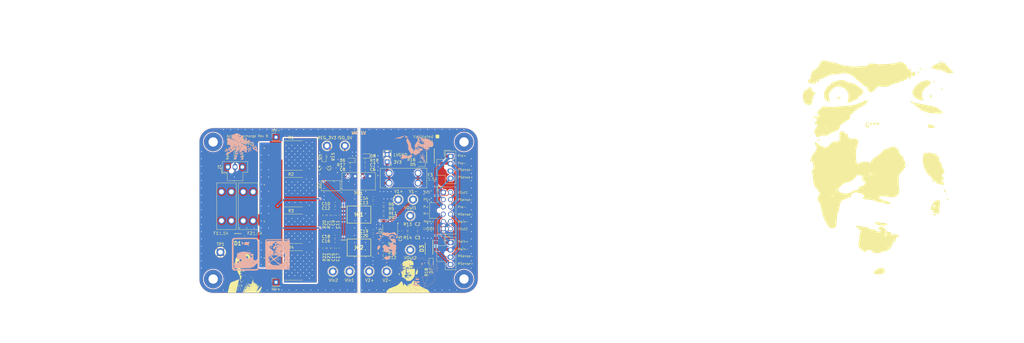
<source format=kicad_pcb>
(kicad_pcb (version 20241229) (generator "pcbnew") (generator_version "9.0")
  (layers (0 "F.Cu" signal) (2 "B.Cu" signal) (13 "F.Paste" user) (15 "B.Paste" user) (5 "F.SilkS" user "F.Silkscreen") (7 "B.SilkS" user "B.Silkscreen") (1 "F.Mask" user) (3 "B.Mask" user) (25 "Edge.Cuts" user))
  (net 0 "")
  (net 1 "HVGND")
  (net 2 "ISO_5V")
  (net 3 "REG_3V3")
  (net 4 "LVGND")
  (net 5 "3V3")
  (net 6 "/VOut1")
  (net 7 "/VOut2")
  (net 8 "HV+")
  (net 9 "HV-")
  (net 10 "Net-(D4-A)")
  (net 11 "/MainSense-")
  (net 12 "/Main-")
  (net 13 "/PreSense+")
  (net 14 "/PreSense-")
  (net 15 "/Pre+")
  (net 16 "/Pre-")
  (net 29 "/HEAT_DISSIPATION")
  (net 30 "Net-(D5-A)")
  (net 31 "Net-(D6-A)")
  (net 32 "/Main+")
  (net 33 "/MainSense+")
  (net 34 "/V2+")
  (net 35 "/3V3_PreFuse")
  (net 36 "/V1-")
  (net 37 "/V1+")
  (net 38 "/V2-")
  (net 39 "/HV+_PreFuse")
  (net 40 "/HV+_Fused")
  (net 41 "/HV-_PreFuse")
  (net 42 "/Vin1")
  (net 43 "/Vin2")
  (net 44 "Net-(D7-A)")
  (net 45 "Net-(D8-A)")
  (net 46 "Net-(U1A-+)")
  (net 47 "Net-(U1B-+)")
  (net 48 "Net-(U1A--)")
  (net 49 "Net-(U1B--)")
  (net 50 "Net-(R11-Pad1)")
  (net 51 "Net-(R12-Pad2)")
  (footprint "TestPoint:TestPoint_Keystone_5005-5009_Compact" (layer "F.Cu") (at 161.75 120.9)
    (property "Reference" "TP6" (hide yes))
    (property "Value" "Vin")
  )
  (footprint "Capacitor_SMD:C_0603_1608Metric_Pad1.08x0.95mm_HandSolder" (layer "F.Cu") (at 156.178333 101.6525 -90)
    (property "Reference" "C9")
    (property "Value" "1uF")
  )
  (footprint "MountingHole:MountingHole_3.2mm_M3_Pad_TopBottom" (layer "F.Cu") (at 201 76.5)
    (property "Reference" "H2" (hide yes))
    (property "Value" "MountingHole_Pad")
  )
  (footprint "ActivePrecharge-RevB:RES_PWR263S-35-3300F" (layer "F.Cu") (at 141.51 81.166398)
    (property "Reference" "R1")
    (property "Value" "330")
  )
  (footprint "Resistor_SMD:R_0603_1608Metric_Pad0.98x0.95mm_HandSolder" (layer "F.Cu") (at 181.66 107.8 180)
    (property "Reference" "R14")
    (property "Value" "10")
  )
  (footprint "Resistor_SMD:R_0603_1608Metric_Pad0.98x0.95mm_HandSolder" (layer "F.Cu") (at 181.66 106.2 180)
    (property "Reference" "R13")
    (property "Value" "10")
  )
  (footprint "MountingHole:MountingHole_3.2mm_M3_Pad_TopBottom" (layer "F.Cu") (at 115 76.5)
    (property "Reference" "H1" (hide yes))
    (property "Value" "MountingHole_Pad")
  )
  (footprint "LED_SMD:LED_0603_1608Metric_Pad1.05x0.95mm_HandSolder" (layer "F.Cu") (at 186.0775 84.19 180)
    (property "Reference" "D5")
    (property "Value" "LED")
  )
  (footprint "LED_SMD:LED_0603_1608Metric_Pad1.05x0.95mm_HandSolder" (layer "F.Cu") (at 189.72 118.0075 -90)
    (property "Reference" "D7")
    (property "Value" "LED")
  )
  (footprint "TestPoint:TestPoint_Keystone_5005-5009_Compact" (layer "F.Cu") (at 117.5 114.3)
    (property "Reference" "TP1")
    (property "Value" "HVGND")
  )
  (footprint "LOGO" (layer "F.Cu") (at 181.76 121.575084)
    (property "Reference" "G***" (hide yes))
    (property "Value" "LOGO" (hide yes))
  )
  (footprint "ActivePrecharge-RevB:FUSE_3568" (layer "F.Cu") (at 180.27 88.89)
    (property "Reference" "F3")
    (property "Value" "1.5A")
  )
  (footprint "ActivePrecharge-RevB:RES_PWR263S-35-3300F" (layer "F.Cu") (at 141.51 106.266398)
    (property "Reference" "R3")
    (property "Value" "330")
  )
  (footprint "Resistor_SMD:R_0603_1608Metric_Pad0.98x0.95mm_HandSolder" (layer "F.Cu") (at 173.2375 113.06 180)
    (property "Reference" "R7")
    (property "Value" "10k")
  )
  (footprint "Connector_PinHeader_2.54mm:PinHeader_1x01_P2.54mm_Vertical" (layer "F.Cu") (at 136.55 124.6)
    (property "Reference" "J5" (hide yes))
    (property "Value" "HV+")
  )
  (footprint "TestPoint:TestPoint_Keystone_5005-5009_Compact" (layer "F.Cu") (at 182.5725 113.5)
    (property "Reference" "TP3" (hide yes))
    (property "Value" "VOut2")
  )
  (footprint "ActivePrecharge-RevB:RES_PWR263S-35-3300F" (layer "F.Cu") (at 141.51 93.716398)
    (property "Reference" "R2")
    (property "Value" "330")
  )
  (footprint "Resistor_SMD:R_0603_1608Metric_Pad0.98x0.95mm_HandSolder" (layer "F.Cu") (at 153.13 112.9 -90)
    (property "Reference" "R22")
    (property "Value" "100k")
  )
  (footprint "Capacitor_SMD:C_0805_2012Metric_Pad1.18x1.45mm_HandSolder" (layer "F.Cu") (at 153.01 85.4 -90)
    (property "Reference" "C4")
    (property "Value" "10uF")
  )
  (footprint "Connector_Molex:Molex_Nano-Fit_105309-xx04_1x04_P2.50mm_Vertical" (layer "F.Cu") (at 196.38 111)
    (property "Reference" "J3" (hide yes))
    (property "Value" "MainContactor")
  )
  (footprint "Package_SO:SOIC-8_3.9x4.9mm_P1.27mm" (layer "F.Cu") (at 175.665 107 -90)
    (property "Reference" "U1")
    (property "Value" "TLV9002QDRQ1")
  )
  (footprint "Resistor_SMD:R_0603_1608Metric_Pad0.98x0.95mm_HandSolder" (layer "F.Cu") (at 173.4375 99.416667 180)
    (property "Reference" "R5")
    (property "Value" "10k")
  )
  (footprint "Resistor_SMD:R_0603_1608Metric_Pad0.98x0.95mm_HandSolder" (layer "F.Cu") (at 161.98 84.4)
    (property "Reference" "R17")
    (property "Value" "1k")
  )
  (footprint "Connector_PinHeader_2.54mm:PinHeader_1x02_P2.54mm_Vertical" (layer "F.Cu") (at 174.645 83.325 180)
    (property "Reference" "J7" (hide yes))
    (property "Value" "Conn_01x02_Pin")
  )
  (footprint "Resistor_SMD:R_0603_1608Metric_Pad0.98x0.95mm_HandSolder" (layer "F.Cu") (at 173.2375 111.52)
    (property "Reference" "R8")
    (property "Value" "10k")
  )
  (footprint "Connector_Molex:Molex_Nano-Fit_105309-xx04_1x04_P2.50mm_Vertical" (layer "F.Cu") (at 196.38 81.44)
    (property "Reference" "J2" (hide yes))
    (property "Value" "PrechargeContactor")
  )
  (footprint "Resistor_SMD:R_0603_1608Metric_Pad0.98x0.95mm_HandSolder" (layer "F.Cu") (at 154.656667 101.6525 90)
    (property "Reference" "R21")
    (property "Value" "2.49k")
  )
  (footprint "Resistor_SMD:R_0603_1608Metric_Pad0.98x0.95mm_HandSolder" (layer "F.Cu") (at 153.135 101.6525 -90)
    (property "Reference" "R20")
    (property "Value" "100k")
  )
  (footprint "TestPoint:TestPoint_Keystone_5005-5009_Compact" (layer "F.Cu") (at 154 77.8)
    (property "Reference" "TP4" (hide yes))
    (property "Value" "REG_3V3")
  )
  (footprint "Capacitor_SMD:C_0603_1608Metric_Pad1.08x0.95mm_HandSolder" (layer "F.Cu") (at 156.7775 110.46 180)
    (property "Reference" "C16")
    (property "Value" "100nF")
  )
  (footprint "Capacitor_SMD:C_0603_1608Metric_Pad1.08x0.95mm_HandSolder" (layer "F.Cu") (at 161.98 85.92 180)
    (property "Reference" "C8")
    (property "Value" "1uF")
  )
  (footprint "ActivePrecharge-RevB:RSX068MP2STR" (layer "F.Cu") (at 123.375 108.8 90)
    (property "Reference" "D1")
    (property "Value" "RSX068MP2STR" (hide yes))
  )
  (footprint "Resistor_SMD:R_0603_1608Metric_Pad0.98x0.95mm_HandSolder" (layer "F.Cu") (at 173.4375 100.95)
    (property "Reference" "R11")
    (property "Value" "10k")
  )
  (footprint "Capacitor_SMD:C_0603_1608Metric_Pad1.08x0.95mm_HandSolder" (layer "F.Cu") (at 169.8475 107.11)
    (property "Reference" "C19")
    (property "Value" "1uF")
  )
  (footprint "Capacitor_SMD:C_0603_1608Metric_Pad1.08x0.95mm_HandSolder" (layer "F.Cu") (at 185.06 107.8)
    (property "Reference" "C3")
    (property "Value" "10nF")
  )
  (footprint "LED_SMD:LED_0603_1608Metric_Pad1.05x0.95mm_HandSolder" (layer "F.Cu") (at 161.98 82.79 180)
    (property "Reference" "D6")
    (property "Value" "LED")
  )
  (footprint "ActivePrecharge-RevB:SOIC127P1150X280-8N" (layer "F.Cu") (at 165 101.395)
    (property "Reference" "IC1")
    (property "Value" "AMC1350DWVR" (hide yes))
  )
  (footprint "TestPoint:TestPoint_Keystone_5005-5009_Compact" (layer "F.Cu") (at 183.5 96.25)
    (property "Reference" "TP8" (hide yes))
    (property "Value" "V-")
  )
  (footprint "ActivePrecharge-RevB:FUSE_3568" (layer "F.Cu") (at 127 98.54 -90)
    (property "Reference" "F2")
    (property "Value" "1.5A")
  )
  (footprint "ActivePrecharge-RevB:VREG_LT1963AEST-3.3_TRPBF" (layer "F.Cu") (at 155.3 91.5 -90)
    (property "Reference" "U2")
    (property "Value" "LT1963AEST-3.3#TRPBF")
  )
  (footprint "MountingHole:MountingHole_3.2mm_M3_Pad_TopBottom" (layer "F.Cu") (at 115 123.5)
    (property "Reference" "H3" (hide yes))
    (property "Value" "MountingHole_Pad")
  )
  (footprint "Connector_Molex:Molex_Nano-Fit_105310-xx12_2x06_P2.50mm_Vertical" (layer "F.Cu") (at 193.89 93.75)
    (property "Reference" "J4" (hide yes))
    (property "Value" "ExportConnector")
  )
  (footprint "Resistor_SMD:R_0603_1608Metric_Pad0.98x0.95mm_HandSolder" (layer "F.Cu") (at 167.0625 82.86)
    (property "Reference" "R19")
    (property "Value" "1k")
  )
  (footprint "Connector_PinHeader_2.54mm:PinHeader_1x01_P2.54mm_Vertical" (layer "F.Cu") (at 136.55 74.9)
    (property "Reference" "J6" (hide yes))
    (property "Value" "HV-")
  )
  (footprint "ActivePrecharge-RevB:FUSE_3568" (layer "F.Cu") (at 119.55 98.535 -90)
    (property "Reference" "F1")
    (property "Value" "1.5A")
  )
  (footprint "TestPoint:TestPoint_Keystone_5005-5009_Compact" (layer "F.Cu") (at 182.5725 101.8)
    (property "Reference" "TP2" (hide yes))
    (property "Value" "VOut1")
  )
  (footprint "MountingHole:MountingHole_3.2mm_M3_Pad_TopBottom" (layer "F.Cu") (at 201 123.5)
    (property "Reference" "H4" (hide yes))
    (property "Value" "MountingHole_Pad")
  )
  (footprint "LED_SMD:LED_0603_1608Metric_Pad1.05x0.95mm_HandSolder" (layer "F.Cu") (at 153.01 81.5775 90)
    (property "Reference" "D4")
    (property "Value" "LED")
  )
  (footprint "Capacitor_SMD:C_0603_1608Metric_Pad1.08x0.95mm_HandSolder" (layer "F.Cu") (at 157.7 101.6525 -90)
    (property "Reference" "C11")
    (property "Value" "1nF")
  )
  (footprint "UTSVT-Passives:SODFL5026X125N" (layer "F.Cu") (at 189 113.05 -90)
    (property "Reference" "D3")
    (property "Value" "VSSAF522-M3/H" (hide yes))
  )
  (footprint "Resistor_SMD:R_0603_1608Metric_Pad0.98x0.95mm_HandSolder" (layer "F.Cu") (at 186.0675 82.59 180)
    (property "Reference" "R16")
    (property "Value" "10k")
  )
  (footprint "ActivePrecharge-RevB:SOIC127P1150X280-8N" (layer "F.Cu") (at 165 112.7)
    (property "Reference" "IC2")
    (property "Value" "AMC1350DWVR" (hide yes))
  )
  (footprint "Resistor_SMD:R_0603_1608Metric_Pad0.98x0.95mm_HandSolder" (layer "F.Cu") (at 188.11 118.0125 -90)
    (property "Reference" "R18")
    (property "Value" "10k")
  )
  (footprint "LED_SMD:LED_0603_1608Metric_Pad1.05x0.95mm_HandSolder" (layer "F.Cu") (at 167.0625 81.28 180)
    (property "Reference" "D8")
    (property "Value" "LED")
  )
  (footprint "Capacitor_SMD:C_0603_1608Metric_Pad1.08x0.95mm_HandSolder" (layer "F.Cu") (at 169.8475 108.66)
    (property "Reference" "C20")
    (property "Value" "100nF")
  )
  (footprint "Capacitor_SMD:C_0603_1608Metric_Pad1.08x0.95mm_HandSolder" (layer "F.Cu") (at 157.7 112.9125 -90)
    (property "Reference" "C17")
    (property "Value" "1nF")
  )
  (footprint "UTSVT-Logos:Hallock_Image_Tiny" (layer "F.Cu") (at 125.322932 121.189857)
    (property "Reference" "LOGO1" (hide yes))
    (property "Value" "Dr. Hallock" (hide yes))
  )
  (footprint "Resistor_SMD:R_0603_1608Metric_Pad0.98x0.95mm_HandSolder" (layer "F.Cu") (at 173.4375 97.88)
    (property "Reference" "R6")
    (property "Value" "10k")
  )
  (footprint "Resistor_SMD:R_0603_1608Metric_Pad0.98x0.95mm_HandSolder" (layer "F.Cu") (at 173.2375 116.14)
    (property "Reference" "R12")
    (property "Value" "10k")
  )
  (footprint "Connector_Molex:Molex_Nano-Fit_105309-xx03_1x03_P2.50mm_Vertical" (layer "F.Cu") (at 120 85.068602 90)
    (property "Reference" "J1")
    (property "Value" "HVConnector")
  )
  (footprint "Resistor_SMD:R_0603_1608Metric_Pad0.98x0.95mm_HandSolder" (layer "F.Cu") (at 154.653333 112.9125 90)
    (property "Reference" "R23")
    (property "Value" "2.49k")
  )
  (footprint "Resistor_SMD:R_0603_1608Metric_Pad0.98x0.95mm_HandSolder" (layer "F.Cu") (at 173.4375 102.49 180)
    (property "Reference" "R9")
    (property "Value" "10k")
  )
  (footprint "Capacitor_SMD:C_0805_2012Metric_Pad1.18x1.45mm_HandSolder" (layer "F.Cu") (at 156.4 85.4 90)
    (property "Reference" "C1")
    (property "Value" "10uF")
  )
  (footprint "Capacitor_SMD:C_0603_1608Metric_Pad1.08x0.95mm_HandSolder" (layer "F.Cu") (at 167.0625 85.92)
    (property "Reference" "C6")
    (property "Value" "1uF")
  )
  (footprint "Capacitor_SMD:C_0603_1608Metric_Pad1.08x0.95mm_HandSolder" (layer "F.Cu") (at 156.176667 112.91 -90)
    (property "Reference" "C15")
    (property "Value" "1uF")
  )
  (footprint "ActivePrecharge-RevB:RES_PWR263S-35-3300F" (layer "F.Cu") (at 141.51 118.816398)
    (property "Reference" "R4")
    (property "Value" "330")
  )
  (footprint "Capacitor_SMD:C_0603_1608Metric_Pad1.08x0.95mm_HandSolder" (layer "F.Cu") (at 156.78 99.21 180)
    (property "Reference" "C12")
    (property "Value" "1uF")
  )
  (footprint "Capacitor_SMD:C_0603_1608Metric_Pad1.08x0.95mm_HandSolder" (layer "F.Cu") (at 169.8475 97.35 180)
    (property "Reference" "C13")
    (property "Value" "1uF")
  )
  (footprint "Capacitor_SMD:C_0603_1608Metric_Pad1.08x0.95mm_HandSolder" (layer "F.Cu") (at 156.78 97.69 180)
    (property "Reference" "C10")
    (property "Value" "100nF")
  )
  (footprint "Capacitor_SMD:C_0603_1608Metric_Pad1.08x0.95mm_HandSolder" (layer "F.Cu") (at 169.8475 95.8 180)
    (property "Reference" "C14")
    (property "Value" "100nF")
  )
  (footprint "Resistor_SMD:R_0603_1608Metric_Pad0.98x0.95mm_HandSolder" (layer "F.Cu") (at 154.59 81.5775 90)
    (property "Reference" "R15")
    (property "Value" "1k")
  )
  (footprint "TestPoint:TestPoint_Keystone_5005-5009_Compact" (layer "F.Cu") (at 168.5 120.9)
    (property "Reference" "TP10" (hide yes))
    (property "Value" "V+")
  )
  (footprint "Resistor_SMD:R_0603_1608Metric_Pad0.98x0.95mm_HandSolder" (layer "F.Cu") (at 173.2375 114.6)
    (property "Reference" "R10")
    (property "Value" "10k")
  )
  (footprint "UTSVT-Logos:LHRs_LOGO" (layer "F.Cu") (at 175.119845 74.94961)
    (property "Reference" "LOGO2" (hide yes))
    (property "Value" "Dr. Hallock" (hide yes))
  )
  (footprint "Capacitor_SMD:C_0603_1608Metric_Pad1.08x0.95mm_HandSolder" (layer "F.Cu") (at 185.06 106.2)
    (property "Reference" "C2")
    (property "Value" "10nF")
  )
  (footprint "Capacitor_SMD:C_0603_1608Metric_Pad1.08x0.95mm_HandSolder" (layer "F.Cu") (at 167.0625 84.39)
    (property "Reference" "C7")
    (property "Value" "1uF")
  )
  (footprint "TestPoint:TestPoint_Keystone_5005-5009_Compact" (layer "F.Cu") (at 156 120.9)
    (property "Reference" "TP9" (hide yes))
    (property "Value" "Vin")
  )
  (footprint "ActivePrecharge-RevB:CONV_RM-3.305S" (layer "F.Cu") (at 164.89 89.975 180)
    (property "Reference" "PS1")
    (property "Value" "RM-3.305S")
  )
  (footprint "TestPoint:TestPoint_Keystone_5005-5009_Compact" (layer "F.Cu") (at 178.44 96.25)
    (property "Reference" "TP7" (hide yes))
    (property "Value" "V+")
  )
  (footprint "Capacitor_SMD:C_0603_1608Metric_Pad1.08x0.95mm_HandSolder" (layer "F.Cu") (at 179.19 107 90)
    (property "Reference" "C5")
    (property "Value" "1uF")
  )
  (footprint "TestPoint:TestPoint_Keystone_5005-5009_Compact" (layer "F.Cu") (at 160.15 77.8)
    (property "Reference" "TP5" (hide yes))
    (property "Value" "ISO_5V")
  )
  (footprint "Capacitor_SMD:C_0603_1608Metric_Pad1.08x0.95mm_HandSolder" (layer "F.Cu") (at 156.7775 108.94 180)
    (property "Reference" "C18")
    (property "Value" "1uF")
  )
  (footprint "ActivePrecharge-RevB:Yakub" (layer "F.Cu") (at 341 70.75)
    (property "Reference" "G***")
    (property "Value" "LOGO" (hide yes))
  )
  (footprint "TestPoint:TestPoint_Keystone_5005-5009_Compact" (layer "F.Cu") (at 174.5 120.9)
    (property "Reference" "TP11" (hide yes))
    (property "Value" "V-")
  )
  (footprint "UTSVT-Passives:SODFL5026X125N" (layer "F.Cu") (at 189.5 81.8 -90)
    (property "Reference" "D2")
    (property "Value" "VSSAF522-M3/H" (hide yes))
  )
  (footprint "ActivePrecharge-RevB:Rage" (layer "B.Cu") (at 126 115 180)
    (property "Reference" "G***" (hide yes))
    (property "Value" "LOGO" (hide yes))
  )
  (footprint "ActivePrecharge-RevB:GoblinCurse" (layer "B.Cu") (at 137 115 180)
    (property "Reference" "G***" (hide yes))
    (property "Value" "LOGO" (hide yes))
  )
  (footprint "LOGO" (layer "B.Cu") (at 183 79 180)
    (property "Reference" "G***" (hide yes))
    (property "Value" "LOGO" (hide yes))
  )
  (footprint "ActivePrecharge-RevB:Wooper" (layer "B.Cu") (at 185.5 122.25 180)
    (property "Reference" "G***" (hide yes))
    (property "Value" "LOGO" (hide yes))
  )
  (footprint "ActivePrecharge-RevB:Tarantula" (layer "B.Cu") (at 124.701009 78.014104 180)
    (property "Reference" "G***" (hide yes))
    (property "Value" "LOGO" (hide yes))
  )
  (footprint "ActivePrecharge-RevB:Yakub" (layer "B.Cu") (at 174.780048 110.603345 180)
    (property "Reference" "G***" (hide yes))
    (property "Value" "LOGO" (hide yes))
  )
  (gr_line (start 164.95 71.7) (end 164.95 86.3) (stroke (width 0.1) (type dash)) (layer "F.SilkS"))
  (gr_line (start 164.95 116.7) (end 164.95 128.3) (stroke (width 0.1) (type dash)) (layer "F.SilkS"))
  (gr_line (start 164.95 95.65) (end 164.95 96.8) (stroke (width 0.1)) (layer "F.SilkS"))
  (gr_line (start 164.95 104.7) (end 164.95 108.8) (stroke (width 0.1) (type dash)) (layer "F.SilkS"))
  (gr_line (start 164.95 71.7) (end 164.95 128.3) (stroke (width 0.1) (type dash)) (layer "B.SilkS"))
  (gr_arc (start 115 128.5) (mid 111.464466 127.035534) (end 110 123.5) (stroke (width 0.05)) (layer "Edge.Cuts"))
  (gr_line (start 115 71.5) (end 201 71.5) (stroke (width 0.05)) (layer "Edge.Cuts"))
  (gr_arc (start 201 71.5) (mid 204.535534 72.964466) (end 206 76.5) (stroke (width 0.05)) (layer "Edge.Cuts"))
  (gr_arc (start 206 123.5) (mid 204.535534 127.035534) (end 201 128.5) (stroke (width 0.05)) (layer "Edge.Cuts"))
  (gr_arc (start 110 76.5) (mid 111.464466 72.964466) (end 115 71.5) (stroke (width 0.05)) (layer "Edge.Cuts"))
  (gr_line (start 206 76.5) (end 206 123.5) (stroke (width 0.05)) (layer "Edge.Cuts"))
  (gr_line (start 110 123.5) (end 110 76.5) (stroke (width 0.05)) (layer "Edge.Cuts"))
  (gr_line (start 201 128.5) (end 115 128.5) (stroke (width 0.05)) (layer "Edge.Cuts"))
  (gr_text "V2-" (at 173 124.5 0) (layer "F.SilkS") (effects (font (size 1 1)) (justify left bottom)))
  (gr_text "MSense-" (at 198.76 116.08512 0) (layer "F.SilkS") (effects (font (size 0.8 0.8) (thickness 0.1) (bold yes)) (justify left bottom)))
  (gr_text "Vin2\n" (at 154.5 124.5 0) (layer "F.SilkS") (effects (font (size 1 1)) (justify left bottom)))
  (gr_text "HVGND" (at 123 82.7 90) (layer "F.SilkS") (effects (font (size 0.8 0.8) (thickness 0.1)) (justify left bottom)))
  (gr_text "PS+" (at 187 96.73512 0) (layer "F.SilkS") (effects (font (size 0.8 0.8) (thickness 0.1) (bold yes)) (justify left bottom)))
  (gr_text "MSense-" (at 198.76 101.78512 0) (layer "F.SilkS") (effects (font (size 0.8 0.8) (thickness 0.1) (bold yes)) (justify left bottom)))
  (gr_text "LVGND" (at 187 106.73512 0) (layer "F.SilkS") (effects (font (size 0.8 0.8) (thickness 0.1) (bold yes)) (justify left bottom)))
  (gr_text "Main-" (at 198.76 113.68512 0) (layer "F.SilkS") (effects (font (size 0.8 0.8) (thickness 0.1) (bold yes)) (justify left bottom)))
  (gr_text "VOut2\n" (at 198.76 106.78512 0) (layer "F.SilkS") (effects (font (size 0.8 0.8) (thickness 0.1) (bold yes)) (justify left bottom)))
  (gr_text "Pre-" (at 198.76 84.28512 0) (layer "F.SilkS") (effects (font (size 0.8 0.8) (thickness 0.1) (bold yes)) (justify left bottom)))
  (gr_text "1.5A" (at 188.5 89.8 0) (layer "F.SilkS") (effects (font (size 1 1) (thickness 0.1)) (justify left bottom)))
  (gr_text "Main" (at 125.5 82.7 90) (layer "F.SilkS") (effects (font (size 0.8 0.8) (thickness 0.1)) (justify left bottom)))
  (gr_text "PSense+" (at 198.76 89.08512 0) (layer "F.SilkS") (effects (font (size 0.8 0.8) (thickness 0.1) (bold yes)) (justify left bottom)))
  (gr_text "1.5A" (at 116.9 108.4 0) (layer "F.SilkS") (effects (font (size 1 1) (thickness 0.1)) (justify left bottom)))
  (gr_text "PSense-" (at 198.76 86.48512 0) (layer "F.SilkS") (effects (font (size 0.8 0.8) (thickness 0.1) (bold yes)) (justify left bottom)))
  (gr_text "M+" (at 187 101.53512 0) (layer "F.SilkS") (effects (font (size 0.8 0.8) (thickness 0.1) (bold yes)) (justify left bottom)))
  (gr_text "LVGND" (at 176.75 81.5 0) (layer "F.SilkS") (effects (font (size 1 1)) (justify left bottom)))
  (gr_text "Vin1\n" (at 160 124.5 0) (layer "F.SilkS") (effects (font (size 1 1)) (justify left bottom)))
  (gr_text "3V3" (at 176.75 84 0) (layer "F.SilkS") (effects (font (size 1 1)) (justify left bottom)))
  (gr_text "HV" (at 162.299996 74 0) (layer "F.SilkS") (effects (font (size 1 1) (thickness 0.2) (bold yes)) (justify left bottom)))
  (gr_text "1.5A" (at 128.5 108.4 0) (layer "F.SilkS") (effects (font (size 1 1) (thickness 0.1)) (justify left bottom)))
  (gr_text "3V3" (at 187 94.23512 0) (layer "F.SilkS") (effects (font (size 0.8 0.8) (thickness 0.1) (bold yes)) (justify left bottom)))
  (gr_text "PSense-" (at 198.76 96.78512 0) (layer "F.SilkS") (effects (font (size 0.8 0.8) (thickness 0.1) (bold yes)) (justify left bottom)))
  (gr_text "Pre+" (at 198.76 81.68512 0) (layer "F.SilkS") (effects (font (size 0.8 0.8) (thickness 0.1) (bold yes)) (justify left bottom)))
  (gr_text "VOut1" (at 198.76 94.28512 0) (layer "F.SilkS") (effects (font (size 0.8 0.8) (thickness 0.1) (bold yes)) (justify left bottom)))
  (gr_text "Main+" (at 198.76 111.08512 0) (layer "F.SilkS") (effects (font (size 0.8 0.8) (thickness 0.1) (bold yes)) (justify left bottom)))
  (gr_text "MSense+" (at 198.76 118.68512 0) (layer "F.SilkS") (effects (font (size 0.8 0.8) (thickness 0.1) (bold yes)) (justify left bottom)))
  (gr_text "V2+" (at 167 124.5 0) (layer "F.SilkS") (effects (font (size 1 1)) (justify left bottom)))
  (gr_text "Validated" (at 183.5 75.25 0) (layer "F.SilkS") (effects (font (size 1 1) (thickness 0.1)) (justify left bottom)))
  (gr_text "Main-" (at 198.76 104.28512 0) (layer "F.SilkS") (effects (font (size 0.8 0.8) (thickness 0.1) (bold yes)) (justify left bottom)))
  (gr_text "V1-" (at 182 94 0) (layer "F.SilkS") (effects (font (size 1 1)) (justify left bottom)))
  (gr_text "Batt" (at 120.335 82.7 90) (layer "F.SilkS") (effects (font (size 0.8 0.8) (thickness 0.1)) (justify left bottom)))
  (gr_text "Pre-" (at 198.76 99.28512 0) (layer "F.SilkS") (effects (font (size 0.8 0.8) (thickness 0.1) (bold yes)) (justify left bottom)))
  (gr_text "LV" (at 165.599996 74 0) (layer "F.SilkS") (effects (font (size 1 1) (thickness 0.2) (bold yes)) (justify left bottom)))
  (gr_text "V1+" (at 177 94 0) (layer "F.SilkS") (effects (font (size 1 1)) (justify left bottom)))
  (gr_text "Main+" (at 187.038094 104.23512 0) (layer "F.SilkS") (effects (font (size 0.8 0.8) (thickness 0.1) (bold yes)) (justify left bottom)))
  (gr_text "Active Precharge Rev B\nGavin Wang\nDecember 2025" (at 119.5 77.5 0) (layer "F.SilkS") (effects (font (size 0.8 0.8) (thickness 0.1)) (justify left bottom)))
  (gr_text "P+" (at 187 99.23512 0) (layer "F.SilkS") (effects (font (size 0.8 0.8) (thickness 0.1) (bold yes)) (justify left bottom)))
  (gr_text "LV" (at 167.5 74 0) (layer "B.SilkS") (effects (font (size 1 1) (thickness 0.2) (bold yes)) (justify left bottom mirror)))
  (gr_text "HV\n" (at 164.5 74 0) (layer "B.SilkS") (effects (font (size 1 1) (thickness 0.2) (bold yes)) (justify left bottom mirror)))
  (segment (start 157.7 102.515) (end 159.19 102.515) (width 0.5) (layer "F.Cu") (net 1))
  (segment (start 159.19 102.515) (end 159.675 102.03) (width 0.5) (layer "F.Cu") (net 1))
  (segment (start 159.235 113.775) (end 159.675 113.335) (width 0.5) (layer "F.Cu") (net 1))
  (segment (start 157.7 113.775) (end 159.235 113.775) (width 0.5) (layer "F.Cu") (net 1))
  (via (at 111 97.25) (size 0.6) (drill 0.3) (layers "F.Cu" "B.Cu") (net 1))
  (via (at 123.5 127.25) (size 0.6) (drill 0.3) (layers "F.Cu" "B.Cu") (net 1))
  (via (at 111 94.75) (size 0.6) (drill 0.3) (layers "F.Cu" "B.Cu") (net 1))
  (via (at 129 106) (size 0.6) (drill 0.3) (layers "F.Cu" "B.Cu") (net 1))
  (via (at 153.5 116) (size 0.6) (drill 0.3) (layers "F.Cu" "B.Cu") (net 1))
  (via (at 136 127.25) (size 0.6) (drill 0.3) (layers "F.Cu" "B.Cu") (net 1))
  (via (at 133.5 72.25) (size 0.6) (drill 0.3) (layers "F.Cu" "B.Cu") (net 1))
  (via (at 159 85) (size 0.6) (drill 0.3) (layers "F.Cu" "B.Cu") (net 1))
  (via (at 159 93.75) (size 0.6) (drill 0.3) (layers "F.Cu" "B.Cu") (net 1))
  (via (at 126.5 106) (size 0.6) (drill 0.3) (layers "F.Cu" "B.Cu") (net 1))
  (via (at 146 127.25) (size 0.6) (drill 0.3) (layers "F.Cu" "B.Cu") (net 1))
  (via (at 157.25 116) (size 0.6) (drill 0.3) (layers "F.Cu" "B.Cu") (net 1))
  (via (at 128.5 72.25) (size 0.6) (drill 0.3) (layers "F.Cu" "B.Cu") (net 1))
  (via (at 118.5 72.25) (size 0.6) (drill 0.3) (layers "F.Cu" "B.Cu") (net 1))
  (via (at 146 72.25) (size 0.6) (drill 0.3) (layers "F.Cu" "B.Cu") (net 1))
  (via (at 163.5 127.25) (size 0.6) (drill 0.3) (layers "F.Cu" "B.Cu") (net 1))
  (via (at 164 81.25) (size 0.6) (drill 0.3) (layers "F.Cu" "B.Cu") (net 1))
  (via (at 162.75 81.25) (size 0.6) (drill 0.3) (layers "F.Cu" "B.Cu") (net 1))
  (via (at 143.5 72.25) (size 0.6) (drill 0.3) (layers "F.Cu" "B.Cu") (net 1))
  (via (at 111 107.25) (size 0.6) (drill 0.3) (layers "F.Cu" "B.Cu") (net 1))
  (via (at 126 72.25) (size 0.6) (drill 0.3) (layers "F.Cu" "B.Cu") (net 1))
  (via (at 136 72.25) (size 0.6) (drill 0.3) (layers "F.Cu" "B.Cu") (net 1))
  (via (at 153 93.75) (size 0.6) (drill 0.3) (layers "F.Cu" "B.Cu") (net 1))
  (via (at 156 72.25) (size 0.6) (drill 0.3) (layers "F.Cu" "B.Cu") (net 1))
  (via (at 121 127.25) (size 0.6) (drill 0.3) (layers "F.Cu" "B.Cu") (net 1))
  (via (at 143.5 127.25) (size 0.6) (drill 0.3) (layers "F.Cu" "B.Cu") (net 1))
  (via (at 159 92.5) (size 0.6) (drill 0.3) (layers "F.Cu" "B.Cu") (net 1))
  (via (at 156 127.25) (size 0.6) (drill 0.3) (layers "F.Cu" "B.Cu") (net 1))
  (via (at 161 127.25) (size 0.6) (drill 0.3) (layers "F.Cu" "B.Cu") (net 1))
  (via (at 111 114.75) (size 0.6) (drill 0.3) (layers "F.Cu" "B.Cu") (net 1))
  (via (at 163.5 98.5) (size 0.6) (drill 0.3) (layers "F.Cu" "B.Cu") (net 1))
  (via (at 159 83.75) (size 0.6) (drill 0.3) (layers "F.Cu" "B.Cu") (net 1))
  (via (at 141 72.25) (size 0.6) (drill 0.3) (layers "F.Cu" "B.Cu") (net 1))
  (via (at 124 106) (size 0.6) (drill 0.3) (layers "F.Cu" "B.Cu") (net 1))
  (via (at 131 72.25) (size 0.6) (drill 0.3) (layers "F.Cu" "B.Cu") (net 1))
  (via (at 128.5 127.25) (size 0.6) (drill 0.3) (layers "F.Cu" "B.Cu") (net 1))
  (via (at 151.5 80) (size 0.6) (drill 0.3) (layers "F.Cu" "B.Cu") (net 1))
  (via (at 162.75 80) (size 0.6) (drill 0.3) (layers "F.Cu" "B.Cu") (net 1))
  (via (at 159 82.5) (size 0.6) (drill 0.3) (layers "F.Cu" "B.Cu") (net 1))
  (via (at 163.5 93.5) (size 0.6) (drill 0.3) (layers "F.Cu" "B.Cu") (net 1))
  (via (at 163.5 96) (size 0.6) (drill 0.3) (layers "F.Cu" "B.Cu") (net 1))
  (via (at 163.5 116) (size 0.6) (drill 0.3) (layers "F.Cu" "B.Cu") (net 1))
  (via (at 111 92.25) (size 0.6) (drill 0.3) (layers "F.Cu" "B.Cu") (net 1))
  (via (at 122.25 88.5) (size 0.6) (drill 0.3) (layers "F.Cu" "B.Cu") (net 1))
  (via (at 157.75 82.5) (size 0.6) (drill 0.3) (layers "F.Cu" "B.Cu") (net 1))
  (via (at 153 96.25) (size 0.6) (drill 0.3) (layers "F.Cu" "B.Cu") (net 1))
  (via (at 151 72.25) (size 0.6) (drill 0.3) (layers "F.Cu" "B.Cu") (net 1))
  (via (at 157.25 106) (size 0.6) (drill 0.3) (layers "F.Cu" "B.Cu") (net 1))
  (via (at 156 116) (size 0.6) (drill 0.3) (layers "F.Cu" "B.Cu") (net 1))
  (via (at 111 82.25) (size 0.6) (drill 0.3) (layers "F.Cu" "B.Cu") (net 1))
  (via (at 158.5 127.25) (size 0.6) (drill 0.3) (layers "F.Cu" "B.Cu") (net 1))
  (via (at 123.5 72.25) (size 0.6) (drill 0.3) (layers "F.Cu" "B.Cu") (net 1))
  (via (at 153.5 108.5) (size 0.6) (drill 0.3) (layers "F.Cu" "B.Cu") (net 1))
  (via (at 151.5 90) (size 0.6) (drill 0.3) (layers "F.Cu" "B.Cu") (net 1))
  (via (at 163.5 108.5) (size 0.6) (drill 0.3) (layers "F.Cu" "B.Cu") (net 1))
  (via (at 163.5 118.5) (size 0.6) (drill 0.3) (layers "F.Cu" "B.Cu") (net 1))
  (via (at 158.5 72.25) (size 0.6) (drill 0.3) (layers "F.Cu" "B.Cu") (net 1))
  (via (at 138.5 127.25) (size 0.6) (drill 0.3) (layers "F.Cu" "B.Cu") (net 1))
  (via (at 141 127.25) (size 0.6) (drill 0.3) (layers "F.Cu" "B.Cu") (net 1))
  (via (at 163.5 113.5) (size 0.6) (drill 0.3) (layers "F.Cu" "B.Cu") (net 1))
  (via (at 159 90) (size 0.6) (drill 0.3) (layers "F.Cu" "B.Cu") (net 1))
  (via (at 151.5 87.5) (size 0.6) (drill 0.3) (layers "F.Cu" "B.Cu") (net 1))
  (via (at 161.5 90) (size 0.6) (drill 0.3) (layers "F.Cu" "B.Cu") (net 1))
  (via (at 111 102.25) (size 0.6) (drill 0.3) (layers "F.Cu" "B.Cu") (net 1))
  (via (at 164 80) (size 0.6) (drill 0.3) (layers "F.Cu" "B.Cu") (net 1))
  (via (at 153 95) (size 0.6) (drill 0.3) (layers "F.Cu" "B.Cu") (net 1))
  (via (at 156.5 90) (size 0.6) (drill 0.3) (layers "F.Cu" "B.Cu") (net 1))
  (via (at 122.25 89.75) (size 0.6) (drill 0.3) (layers "F.Cu" "B.Cu") (net 1))
  (via (at 148.5 72.25) (size 0.6) (drill 0.3) (layers "F.Cu" "B.Cu") (net 1))
  (via (at 158.5 106) (size 0.6) (drill 0.3) (layers "F.Cu" "B.Cu") (net 1))
  (via (at 159 86.25) (size 0.6) (drill 0.3) (layers "F.Cu" "B.Cu") (net 1))
  (via (at 121 72.25) (size 0.6) (drill 0.3) (layers "F.Cu" "B.Cu") (net 1))
  (via (at 151 127.25) (size 0.6) (drill 0.3) (layers "F.Cu" "B.Cu") (net 1))
  (via (at 111 84.75) (size 0.6) (drill 0.3) (layers "F.Cu" "B.Cu") (net 1))
  (via (at 151.5 85) (size 0.6) (drill 0.3) (layers "F.Cu" "B.Cu") (net 1))
  (via (at 156 106) (size 0.6) (drill 0.3) (layers "F.Cu" "B.Cu") (net 1))
  (via (at 126 127.25) (size 0.6) (drill 0.3) (layers "F.Cu" "B.Cu") (net 1))
  (via (at 163.5 106) (size 0.6) (drill 0.3) (layers "F.Cu" "B.Cu") (net 1))
  (via (at 158.5 116) (size 0.6) (drill 0.3) (layers "F.Cu" "B.Cu") (net 1))
  (via (at 153.5 72.25) (size 0.6) (drill 0.3) (layers "F.Cu" "B.Cu") (net 1))
  (via (at 138.5 72.25) (size 0.6) (drill 0.3) (layers "F.Cu" "B.Cu") (net 1))
  (via (at 111 117.25) (size 0.6) (drill 0.3) (layers "F.Cu" "B.Cu") (net 1))
  (via (at 161 72.25) (size 0.6) (drill 0.3) (layers "F.Cu" "B.Cu") (net 1))
  (via (at 153 92.5) (size 0.6) (drill 0.3) (layers "F.Cu" "B.Cu") (net 1))
  (via (at 153.5 106) (size 0.6) (drill 0.3) (layers "F.Cu" "B.Cu") (net 1))
  (via (at 154.75 106) (size 0.6) (drill 0.3) (layers "F.Cu" "B.Cu") (net 1))
  (via (at 133.5 127.25) (size 0.6) (drill 0.3) (layers "F.Cu" "B.Cu") (net 1))
  (via (at 111 99.75) (size 0.6) (drill 0.3) (layers "F.Cu" "B.Cu") (net 1))
  (via (at 163.5 103.5) (size 0.6) (drill 0.3) (layers "F.Cu" "B.Cu") (net 1))
  (via (at 111 87.25) (size 0.6) (drill 0.3) (layers "F.Cu" "B.Cu") (net 1))
  (via (at 111 104.75) (size 0.6) (drill 0.3) (layers "F.Cu" "B.Cu") (net 1))
  (via (at 163.5 91) (size 0.6) (drill 0.3) (layers "F.Cu" "B.Cu") (net 1))
  (via (at 111 79.75) (size 0.6) (drill 0.3) (layers "F.Cu" "B.Cu") (net 1))
  (via (at 163.5 72.25) (size 0.6) (drill 0.3) (layers "F.Cu" "B.Cu") (net 1))
  (via (at 111 89.75) (size 0.6) (drill 0.3) (layers "F.Cu" "B.Cu") (net 1))
  (via (at 163.5 111) (size 0.6) (drill 0.3) (layers "F.Cu" "B.Cu") (net 1))
  (via (at 111 112.25) (size 0.6) (drill 0.3) (layers "F.Cu" "B.Cu") (net 1))
  (via (at 151.5 82.5) (size 0.6) (drill 0.3) (layers "F.Cu" "B.Cu") (net 1))
  (via (at 111 109.75) (size 0.6) (drill 0.3) (layers "F.Cu" "B.Cu") (net 1))
  (via (at 131 127.25) (size 0.6) (drill 0.3) (layers "F.Cu" "B.Cu") (net 1))
  (via (at 163.5 101) (size 0.6) (drill 0.3) (layers "F.Cu" "B.Cu") (net 1))
  (via (at 153.5 127.25) (size 0.6) (drill 0.3) (layers "F.Cu" "B.Cu") (net 1))
  (via (at 118.5 127.25) (size 0.6) (drill 0.3) (layers "F.Cu" "B.Cu") (net 1))
  (via (at 148.5 127.25) (size 0.6) (drill 0.3) (layers "F.Cu" "B.Cu") (net 1))
  (via (at 154.75 116) (size 0.6) (drill 0.3) (layers "F.Cu" "B.Cu") (net 1))
  (via (at 111 119.75) (size 0.6) (drill 0.3) (layers "F.Cu" "B.Cu") (net 1))
  (via (at 156.5 82.5) (size 0.6) (drill 0.3) (layers "F.Cu" "B.Cu") (net 1))
  (segment (start 161.0675 84.4) (end 160.129 83.4615) (width 0.5) (layer "F.Cu") (net 2))
  (segment (start 157.586 88.3504) (end 160.9946 88.3504) (width 0.5) (layer "F.Cu") (net 2))
  (segment (start 160.9946 88.3504) (end 161.12 88.225) (width 0.5) (layer "F.Cu") (net 2))
  (segment (start 161.12 88.225) (end 161.12 85.9225) (width 0.5) (layer "F.Cu") (net 2))
  (segment (start 160.129 77.821) (end 160.15 77.8) (width 0.5) (layer "F.Cu") (net 2))
  (segment (start 160.129 83.4615) (end 160.129 77.821) (width 0.5) (layer "F.Cu") (net 2))
  (segment (start 156.4 86.4375) (end 156.4 87.1644) (width 0.5) (layer "F.Cu") (net 2))
  (segment (start 161.1175 84.45) (end 161.0675 84.4) (width 0.5) (layer "F.Cu") (net 2))
  (segment (start 161.1175 85.92) (end 161.1175 84.45) (width 0.5) (layer "F.Cu") (net 2))
  (segment (start 161.12 85.9225) (end 161.1175 85.92) (width 0.5) (layer "F.Cu") (net 2))
  (segment (start 156.4 87.1644) (end 157.586 88.3504) (width 0.5) (layer "F.Cu") (net 2))
  (segment (start 155.516 79.316) (end 155.516 81.564) (width 0.5) (layer "F.Cu") (net 3))
  (segment (start 159.675 99.49) (end 157.9225 99.49) (width 0.5) (layer "F.Cu") (net 3))
  (segment (start 159.675 110.795) (end 157.975 110.795) (width 0.5) (layer "F.Cu") (net 3))
  (segment (start 153 88.3644) (end 153.014 88.3504) (width 0.5) (layer "F.Cu") (net 3))
  (segment (start 153 90) (end 153 88.3644) (width 0.5) (layer "F.Cu") (net 3))
  (segment (start 157.9225 99.49) (end 157.6425 99.21) (width 0.5) (layer "F.Cu") (net 3))
  (segment (start 153.01 88.3464) (end 153.014 88.3504) (width 0.5) (layer "F.Cu") (net 3))
  (segment (start 157.6425 99.21) (end 157.6425 97.69) (width 0.5) (layer "F.Cu") (net 3))
  (segment (start 157.64 110.46) (end 157.64 108.94) (width 0.5) (layer "F.Cu") (net 3))
  (segment (start 155.516 81.564) (end 154.59 82.49) (width 0.5) (layer "F.Cu") (net 3))
  (segment (start 154.59 84.8575) (end 153.01 86.4375) (width 0.5) (layer "F.Cu") (net 3))
  (segment (start 153.01 86.4375) (end 153.01 88.3464) (width 0.5) (layer "F.Cu") (net 3))
  (segment (start 154.59 82.49) (end 154.59 84.8575) (width 0.5) (layer "F.Cu") (net 3))
  (segment (start 159.675 109) (end 159.675 110.795) (width 0.5) (layer "F.Cu") (net 3))
  (segment (start 159.675 97.5) (end 159.675 99.49) (width 0.5) (layer "F.Cu") (net 3))
  (segment (start 157.975 110.795) (end 157.64 110.46) (width 0.5) (layer "F.Cu") (net 3))
  (segment (start 154 77.8) (end 155.516 79.316) (width 0.5) (layer "F.Cu") (net 3))
  (via (at 153 90) (size 0.6) (drill 0.3) (layers "F.Cu" "B.Cu") (net 3))
  (via (at 159.675 109) (size 0.6) (drill 0.3) (layers "F.Cu" "B.Cu") (net 3))
  (via (at 159.675 97.5) (size 0.6) (drill 0.3) (layers "F.Cu" "B.Cu") (net 3))
  (segment (start 159.675 97.5) (end 159.675 109) (width 0.5) (layer "B.Cu") (net 3))
  (segment (start 159.675 96.675) (end 153 90) (width 0.5) (layer "B.Cu") (net 3))
  (segment (start 159.675 97.5) (end 159.675 96.675) (width 0.5) (layer "B.Cu") (net 3))
  (segment (start 173.5 96) (end 172.525 96.975) (width 0.5) (layer "F.Cu") (net 4))
  (segment (start 169.75 115.18) (end 170.325 114.605) (width 0.2) (layer "F.Cu") (net 4))
  (segment (start 172.525 96.975) (end 172.525 97.88) (width 0.5) (layer "F.Cu") (net 4))
  (segment (start 172.25 111.445) (end 172.325 111.52) (width 0.2) (layer "F.Cu") (net 4))
  (segment (start 172.25 110.25) (end 172.25 111.445) (width 0.2) (layer "F.Cu") (net 4))
  (segment (start 169.75 116) (end 169.75 115.18) (width 0.2) (layer "F.Cu") (net 4))
  (via (at 181 127.25) (size 0.6) (drill 0.3) (layers "F.Cu" "B.Cu") (net 4))
  (via (at 170.25 85) (size 0.6) (drill 0.3) (layers "F.Cu" "B.Cu") (net 4))
  (via (at 188.5 104.5) (size 0.6) (drill 0.3) (layers "F.Cu" "B.Cu") (net 4))
  (via (at 188.5 109.5) (size 0.6) (drill 0.3) (layers "F.Cu" "B.Cu") (net 4))
  (via (at 183.5 127.25) (size 0.6) (drill 0.3) (layers "F.Cu" "B.Cu") (net 4))
  (via (at 189.75 109.5) (size 0.6) (drill 0.3) (layers "F.Cu" "B.Cu") (net 4))
  (via (at 168.5 127.25) (size 0.6) (drill 0.3) (layers "F.Cu" "B.Cu") (net 4))
  (via (at 183.5 72.25) (size 0.6) (drill 0.3) (layers "F.Cu" "B.Cu") (net 4))
  (via (at 196 72.25) (size 0.6) (drill 0.3) (layers "F.Cu" "B.Cu") (net 4))
  (via (at 203.5 94.75) (size 0.6) (drill 0.3) (layers "F.Cu" "B.Cu") (net 4))
  (via (at 167.25 106) (size 0.6) (drill 0.3) (layers "F.Cu" "B.Cu") (net 4))
  (via (at 173.5 72.25) (size 0.6) (drill 0.3) (layers "F.Cu" "B.Cu") (net 4))
  (via (at 187.25 109.5) (size 0.6) (drill 0.3) (layers "F.Cu" "B.Cu") (net 4))
  (via (at 171 127.25) (size 0.6) (drill 0.3) (layers "F.Cu" "B.Cu") (net 4))
  (via (at 189.75 105.75) (size 0.6) (drill 0.3) (layers "F.Cu" "B.Cu") (net 4))
  (via (at 167.25 103.5) (size 0.6) (drill 0.3) (layers "F.Cu" "B.Cu") (net 4))
  (via (at 203.5 84.75) (size 0.6) (drill 0.3) (layers "F.Cu" "B.Cu") (net 4))
  (via (at 203.5 89.75) (size 0.6) (drill 0.3) (layers "F.Cu" "B.Cu") (net 4))
  (via (at 189.75 104.5) (size 0.6) (drill 0.3) (layers "F.Cu" "B.Cu") (net 4))
  (via (at 173.5 96) (size 0.6) (drill 0.3) (layers "F.Cu" "B.Cu") (net 4))
  (via (at 188.5 105.75) (size 0.6) (drill 0.3) (layers "F.Cu" "B.Cu") (net 4))
  (via (at 171.5 82.5) (size 0.6) (drill 0.3) (layers "F.Cu" "B.Cu") (net 4))
  (via (at 203.5 117.25) (size 0.6) (drill 0.3) (layers "F.Cu" "B.Cu") (net 4))
  (via (at 203.5 114.75) (size 0.6) (drill 0.3) (layers "F.Cu" "B.Cu") (net 4))
  (via (at 198.5 127.25) (size 0.6) (drill 0.3) (layers "F.Cu" "B.Cu") (net 4))
  (via (at 176 96) (size 0.6) (drill 0.3) (layers "F.Cu" "B.Cu") (net 4))
  (via (at 198.5 72.25) (size 0.6) (drill 0.3) (layers "F.Cu" "B.Cu") (net 4))
  (via (at 167.25 118.5) (size 0.6) (drill 0.3) (layers "F.Cu" "B.Cu") (net 4))
  (via (at 189.75 95.75) (size 0.6) (drill 0.3) (layers "F.Cu" "B.Cu") (net 4))
  (via (at 167.25 116) (size 0.6) (drill 0.3) (layers "F.Cu" "B.Cu") (net 4))
  (via (at 188.5 127.25) (size 0.6) (drill 0.3) (layers "F.Cu" "B.Cu") (net 4))
  (via (at 176 127.25) (size 0.6) (drill 0.3) (layers "F.Cu" "B.Cu") (net 4))
  (via (at 203.5 82.25) (size 0.6) (drill 0.3) (layers "F.Cu" "B.Cu") (net 4))
  (via (at 187.25 93.25) (size 0.6) (drill 0.3) (layers "F.Cu" "B.Cu") (net 4))
  (via (at 172.25 104.75) (size 0.6) (drill 0.3) (layers "F.Cu" "B.Cu") (net 4))
  (via (at 171 104.75) (size 0.6) (drill 0.3) (layers "F.Cu" "B.Cu") (net 4))
  (via (at 170.25 81.25) (size 0.6) (drill 0.3) (layers "F.Cu" "B.Cu") (net 4))
  (via (at 188.5 107) (size 0.6) (drill 0.3) (layers "F.Cu" "B.Cu") (net 4))
  (via (at 171.5 81.25) (size 0.6) (drill 0.3) (layers "F.Cu" "B.Cu") (net 4))
  (via (at 172.25 106) (size 0.6) (drill 0.3) (layers "F.Cu" "B.Cu") (net 4))
  (via (at 172.25 110.25) (size 0.6) (drill 0.3) (layers "F.Cu" "B.Cu") (net 4))
  (via (at 193.5 127.25) (size 0.6) (drill 0.3) (layers "F.Cu" "B.Cu") (net 4))
  (via (at 173.5 127.25) (size 0.6) (drill 0.3) (layers "F.Cu" "B.Cu") (net 4))
  (via (at 167.25 101) (size 0.6) (drill 0.3) (layers "F.Cu" "B.Cu") (net 4))
  (via (at 192.25 115.75) (size 0.6) (drill 0.3) (layers "F.Cu" "B.Cu") (net 4))
  (via (at 203.5 107.25) (size 0.6) (drill 0.3) (layers "F.Cu" "B.Cu") (net 4))
  (via (at 188.5 72.25) (size 0.6) (drill 0.3) (layers "F.Cu" "B.Cu") (net 4))
  (via (at 203.5 102.25) (size 0.6) (drill 0.3) (layers "F.Cu" "B.Cu") (net 4))
  (via (at 171 72.25) (size 0.6) (drill 0.3) (layers "F.Cu" "B.Cu") (net 4))
  (via (at 167.25 111) (size 0.6) (drill 0.3) (layers "F.Cu" "B.Cu") (net 4))
  (via (at 170.25 82.5) (size 0.6) (drill 0.3) (layers "F.Cu" "B.Cu") (net 4))
  (via (at 173.5 93.5) (size 0.6) (drill 0.3) (layers "F.Cu" "B.Cu") (net 4))
  (via (at 188.5 97) (size 0.6) (drill 0.3) (layers "F.Cu" "B.Cu") (net 4))
  (via (at 171.5 86.25) (size 0.6) (drill 0.3) (layers "F.Cu" "B.Cu") (net 4))
  (via (at 193.5 72.25) (size 0.6) (drill 0.3) (layers "F.Cu" "B.Cu") (net 4))
  (via (at 167.25 93.5) (size 0.6) (drill 0.3) (layers "F.Cu" "B.Cu") (net 4))
  (via (at 170.25 83.75) (size 0.6) (drill 0.3) (layers "F.Cu" "B.Cu") (net 4))
  (via (at 166 127.25) (size 0.6) (drill 0.3) (layers "F.Cu" "B.Cu") (net 4))
  (via (at 168.5 72.25) (size 0.6) (drill 0.3) (layers "F.Cu" "B.Cu") (net 4))
  (via (at 171.5 85) (size 0.6) (drill 0.3) (layers "F.Cu" "B.Cu") (net 4))
  (via (at 178.5 127.25) (size 0.6) (drill 0.3) (layers "F.Cu" "B.Cu") (net 4))
  (via (at 203.5 119.75) (size 0.6) (drill 0.3) (layers "F.Cu" "B.Cu") (net 4))
  (via (at 196 127.25) (size 0.6) (drill 0.3) (layers "F.Cu" "B.Cu") (net 4))
  (via (at 176.25 101) (size 0.6) (drill 0.3) (layers "F.Cu" "B.Cu") (net 4))
  (via (at 188.5 93.25) (size 0.6) (drill 0.3) (layers "F.Cu" "B.Cu") (net 4))
  (via (at 189.75 97) (size 0.6) (drill 0.3) (layers "F.Cu" "B.Cu") (net 4))
  (via (at 189.75 107) (size 0.6) (drill 0.3) (layers "F.Cu" "B.Cu") (net 4))
  (via (at 203.5 97.25) (size 0.6) (drill 0.3) (layers "F.Cu" "B.Cu") (net 4))
  (via (at 174.75 96) (size 0.6) (drill 0.3) (layers "F.Cu" "B.Cu") (net 4))
  (via (at 170.25 86.25) (size 0.6) (drill 0.3) (layers "F.Cu" "B.Cu") (net 4))
  (via (at 203.5 92.25) (size 0.6) (drill 0.3) (layers "F.Cu" "B.Cu") (net 4))
  (via (at 169.75 118.5) (size 0.6) (drill 0.3) (layers "F.Cu" "B.Cu") (net 4))
  (via (at 186 72.25) (size 0.6) (drill 0.3) (layers "F.Cu" "B.Cu") (net 4))
  (via (at 181 72.25) (size 0.6) (drill 0.3) (layers "F.Cu" "B.Cu") (net 4))
  (via (at 203.5 112.25) (size 0.6) (drill 0.3) (layers "F.Cu" "B.Cu") (net 4))
  (via (at 203.5 109.75) (size 0.6) (drill 0.3) (layers "F.Cu" "B.Cu") (net 4))
  (via (at 167.25 98.5) (size 0.6) (drill 0.3) (layers "F.Cu" "B.Cu") (net 4))
  (via (at 174.75 93.5) (size 0.6) (drill 0.3) (layers "F.Cu" "B.Cu") (net 4))
  (via (at 171 106) (size 0.6) (drill 0.3) (layers "F.Cu" "B.Cu") (net 4))
  (via (at 176 72.25) (size 0.6) (drill 0.3) (layers "F.Cu" "B.Cu") (net 4))
  (via (at 187.25 94.5) (size 0.6) (drill 0.3) (layers "F.Cu" "B.Cu") (net 4))
  (via (at 167.25 96) (size 0.6) (drill 0.3) (layers "F.Cu" "B.Cu") (net 4))
  (via (at 189.75 93.25) (size 0.6) (drill 0.3) (layers "F.Cu" "B.Cu") (net 4))
  (via (at 203.5 99.75) (size 0.6) (drill 0.3) (layers "F.Cu" "B.Cu") (net 4))
  (via (at 169.75 116) (size 0.6) (drill 0.3) (layers "F.Cu" "B.Cu") (net 4))
  (via (at 178.5 72.25) (size 0.6) (drill 0.3) (layers "F.Cu" "B.Cu") (net 4))
  (via (at 191 72.25) (size 0.6) (drill 0.3) (layers "F.Cu" "B.Cu") (net 4))
  (via (at 203.5 104.75) (size 0.6) (drill 0.3) (layers "F.Cu" "B.Cu") (net 4))
  (via (at 186 127.25) (size 0.6) (drill 0.3) (layers "F.Cu" "B.Cu") (net 4))
  (via (at 171.5 83.75) (size 0.6) (drill 0.3) (layers "F.Cu" "B.Cu") (net 4))
  (via (at 172.25 93.5) (size 0.6) (drill 0.3) (layers "F.Cu" "B.Cu") (net 4))
  (via (at 169.75 117.25) (size 0.6) (drill 0.3) (layers "F.Cu" "B.Cu") (net 4))
  (via (at 201 72.25) (size 0.6) (drill 0.3) (layers "F.Cu" "B.Cu") (net 4))
  (via (at 192.25 109.5) (size 0.6) (drill 0.3) (layers "F.Cu" "B.Cu") (net 4))
  (via (at 167.25 113.5) (size 0.6) (drill 0.3) (layers "F.Cu" "B.Cu") (net 4))
  (via (at 176 93.5) (size 0.6) (drill 0.3) (layers "F.Cu" "B.Cu") (net 4))
  (via (at 167.25 108.5) (size 0.6) (drill 0.3) (layers "F.Cu" "B.Cu") (net 4))
  (via (at 203.5 87.25) (size 0.6) (drill 0.3) (layers "F.Cu" "B.Cu") (net 4))
  (via (at 191 127.25) (size 0.6) (drill 0.3) (layers "F.Cu" "B.Cu") (net 4))
  (segment (start 170.71 95.8) (end 170.71 92.735) (width 1) (layer "F.Cu") (net 5))
  (segment (start 166.2 84.39) (end 166.2 85.92) (width 1) (layer "F.Cu") (net 5))
  (segment (start 177.5775 109.475) (end 179.19 107.8625) (width 0.5) (layer "F.Cu") (net 5))
  (segment (start 170.71 97.35) (end 170.71 99.105) (width 1) (layer "F.Cu") (net 5))
  (segment (start 177.57 109.475) (end 177.5775 109.475) (width 0.5) (layer "F.Cu") (net 5))
  (segment (start 168.985 107.11) (end 168.985 108.66) (width 1) (layer "F.Cu") (net 5))
  (segment (start 175.31 87.19) (end 175.31 90.59) (width 1) (layer "F.Cu") (net 5))
  (segment (start 166.15 84.34) (end 166.2 84.39) (width 1) (layer "F.Cu") (net 5))
  (segment (start 174.645 83.325) (end 174.645 86.525) (width 1) (layer "F.Cu") (net 5))
  (segment (start 168.985 107.11) (end 168.985 109.455) (width 1) (layer "F.Cu") (net 5))
  (segment (start 177.57 109.475) (end 177.57 108.500001) (width 0.5) (layer "F.Cu") (net 5))
  (segment (start 174.645 86.525) (end 175.31 87.19) (width 1) (layer "F.Cu") (net 5))
  (segment (start 168.943 99.49) (end 168.699 99.734) (width 1) (layer "F.Cu") (net 5))
  (segment (start 166.2 85.92) (end 166.2 88.225) (width 1) (layer "F.Cu") (net 5))
  (segment (start 177.118999 108.049) (end 173.071 108.049) (width 0.5) (layer "F.Cu") (net 5))
  (segment (start 168.985 109.455) (end 170.325 110.795) (width 1) (layer "F.Cu") (net 5))
  (segment (start 168.699 99.734) (end 168.699 106.824) (width 1) (layer "F.Cu") (net 5))
  (segment (start 170.71 99.105) (end 170.325 99.49) (width 1) (layer "F.Cu") (net 5))
  (segment (start 170.325 99.49) (end 168.943 99.49) (width 1) (layer "F.Cu") (net 5))
  (segment (start 170.71 92.735) (end 166.2 88.225) (width 1) (layer "F.Cu") (net 5))
  (segment (start 166.15 82.86) (end 166.15 84.34) (width 1) (layer "F.Cu") (net 5))
  (segment (start 170.71 95.8) (end 170.71 97.35) (width 1) (layer "F.Cu") (net 5))
  (segment (start 172.855 90.59) (end 170.71 92.735) (width 1) (layer "F.Cu") (net 5))
  (segment (start 175.31 90.59) (end 172.855 90.59) (width 1) (layer "F.Cu") (net 5))
  (segment (start 177.57 108.500001) (end 177.118999 108.049) (width 0.5) (layer "F.Cu") (net 5))
  (segment (start 173.071 108.049) (end 170.325 110.795) (width 0.5) (layer "F.Cu") (net 5))
  (segment (start 168.699 106.824) (end 168.985 107.11) (width 1) (layer "F.Cu") (net 5))
  (segment (start 182.5725 106.2) (end 182.5725 101.8) (width 0.2) (layer "F.Cu") (net 6))
  (segment (start 182.5725 106.2) (end 184.1975 106.2) (width 0.2) (layer "F.Cu") (net 6))
  (segment (start 195.239 94.901) (end 196.39 93.75) (width 0.2) (layer "F.Cu") (net 6))
  (segment (start 189.4715 94.901) (end 195.239 94.901) (width 0.2) (layer "F.Cu") (net 6))
  (segment (start 182.5725 101.8) (end 189.4715 94.901) (width 0.2) (layer "F.Cu") (net 6))
  (segment (start 194.064 108.576) (end 196.39 106.25) (width 0.2) (layer "F.Cu") (net 7))
  (segment (start 182.5725 107.8) (end 184.1975 107.8) (width 0.2) (layer "F.Cu") (net 7))
  (segment (start 184.9735 108.576) (end 194.064 108.576) (width 0.2) (layer "F.Cu") (net 7))
  (segment (start 184.1975 107.8) (end 184.9735 108.576) (width 0.2) (layer "F.Cu") (net 7))
  (segment (start 182.5725 107.8) (end 182.5725 113.5) (width 0.2) (layer "F.Cu") (net 7))
  (segment (start 151.5 96) (end 151.5 100.93) (width 0.5) (layer "F.Cu") (net 8))
  (segment (start 151.5 100.93) (end 153.135 102.565) (width 0.5) (layer "F.Cu") (net 8))
  (via (at 137 98.5) (size 0.6) (drill 0.3) (layers "F.Cu" "B.Cu") (net 8))
  (via (at 151.5 96) (size 0.6) (drill 0.3) (layers "F.Cu" "B.Cu") (net 8))
  (segment (start 139.5 96) (end 151.5 96) (width 0.5) (layer "B.Cu") (net 8))
  (segment (start 137 98.5) (end 139.5 96) (width 0.5) (layer "B.Cu") (net 8))
  (segment (start 151.5 106) (end 151.5 112.1825) (width 0.5) (layer "F.Cu") (net 9))
  (segment (start 151.5 112.1825) (end 153.13 113.8125) (width 0.5) (layer "F.Cu") (net 9))
  (via (at 134 86) (size 0.6) (drill 0.3) (layers "F.Cu" "B.Cu") (net 9))
  (via (at 131.5 91) (size 0.6) (drill 0.3) (layers "F.Cu" "B.Cu") (net 9))
  (via (at 131.5 116) (size 0.6) (drill 0.3) (layers "F.Cu" "B.Cu") (net 9))
  (via (at 131.5 106) (size 0.6) (drill 0.3) (layers "F.Cu" "B.Cu") (net 9))
  (via (at 134 113.5) (size 0.6) (drill 0.3) (layers "F.Cu" "B.Cu") (net 9))
  (via (at 131.5 103.5) (size 0.6) (drill 0.3) (layers "F.Cu" "B.Cu") (net 9))
  (via (at 134 98.5) (size 0.6) (drill 0.3) (layers "F.Cu" "B.Cu") (net 9))
  (via (at 131.5 96) (size 0.6) (drill 0.3) (layers "F.Cu" "B.Cu") (net 9))
  (via (at 131.5 86) (size 0.6) (drill 0.3) (layers "F.Cu" "B.Cu") (net 9))
  (via (at 131.5 83.5) (size 0.6) (drill 0.3) (layers "F.Cu" "B.Cu") (net 9))
  (via (at 131.5 81) (size 0.6) (drill 0.3) (layers "F.Cu" "B.Cu") (net 9))
  (via (at 134 81) (size 0.6) (drill 0.3) (layers "F.Cu" "B.Cu") (net 9))
  (via (at 131.5 118.5) (size 0.6) (drill 0.3) (layers "F.Cu" "B.Cu") (net 9))
  (via (at 134 93.5) (size 0.6) (drill 0.3) (layers "F.Cu" "B.Cu") (net 9))
  (via (at 131.5 98.5) (size 0.6) (drill 0.3) (layers "F.Cu" "B.Cu") (net 9))
  (via (at 131.5 88.5) (size 0.6) (drill 0.3) (layers "F.Cu" "B.Cu") (net 9))
  (via (at 134 101) (size 0.6) (drill 0.3) (layers "F.Cu" "B.Cu") (net 9))
  (via (at 131.5 101) (size 0.6) (drill 0.3) (layers "F.Cu" "B.Cu") (net 9))
  (via (at 151.5 106) (size 0.6) (drill 0.3) (layers "F.Cu" "B.Cu") (net 9))
  (via (at 134 118.5) (size 0.6) (drill 0.3) (layers "F.Cu" "B.Cu") (net 9))
  (via (at 131.5 113.5) (size 0.6) (drill 0.3) (layers "F.Cu" "B.Cu") (net 9))
  (via (at 134 88.5) (size 0.6) (drill 0.3) (layers "F.Cu" "B.Cu") (net 9))
  (via (at 131.5 93.5) (size 0.6) (drill 0.3) (layers "F.Cu" "B.Cu") (net 9))
  (via (at 131.5 111) (size 0.6) (drill 0.3) (layers "F.Cu" "B.Cu") (net 9))
  (via (at 134 111) (size 0.6) (drill 0.3) (layers "F.Cu" "B.Cu") (net 9))
  (via (at 134 106) (size 0.6) (drill 0.3) (layers "F.Cu" "B.Cu") (net 9))
  (segment (start 134 106) (end 151.5 106) (width 0.5) (layer "B.Cu") (net 9))
  (segment (start 153.01 80.7025) (end 154.5525 80.7025) (width 0.5) (layer "F.Cu") (net 10))
  (segment (start 154.5525 80.7025) (end 154.59 80.665) (width 0.5) (layer "F.Cu") (net 10))
  (segment (start 199.132 103.992) (end 199.132 113.248) (width 0.5) (layer "B.Cu") (net 11))
  (segment (start 196.39 101.25) (end 199.132 103.992) (width 0.5) (layer "B.Cu") (net 11))
  (segment (start 199.132 113.248) (end 196.38 116) (width 0.5) (layer "B.Cu") (net 11))
  (segment (start 196.38 113.5) (end 196.225 113.345) (width 1) (layer "F.Cu") (net 12))
  (segment (start 189.72 117.1325) (end 189.72 115.795) (width 0.5) (layer "F.Cu") (net 12))
  (segment (start 190.73 113.345) (end 189 115.075) (width 1) (layer "F.Cu") (net 12))
  (segment (start 189.72 115.795) (end 189 115.075) (width 0.5) (layer "F.Cu") (net 12))
  (segment (start 196.225 113.345) (end 190.73 113.345) (width 1) (layer "F.Cu") (net 12))
  (segment (start 198.181 112.000844) (end 196.681844 113.5) (width 1) (layer "B.Cu") (net 12))
  (segment (start 196.39 103.75) (end 198.181 105.541) (width 1) (layer "B.Cu") (net 12))
  (segment (start 196.681844 113.5) (end 196.38 113.5) (width 1) (layer "B.Cu") (net 12))
  (segment (start 198.181 105.541) (end 198.181 112.000844) (width 1) (layer "B.Cu") (net 12))
  (segment (start 192.589 94.949) (end 193.89 96.25) (width 0.5) (layer "B.Cu") (net 13))
  (segment (start 196.38 88.94) (end 192.589 92.731) (width 0.5) (layer "B.Cu") (net 13))
  (segment (start 192.589 92.731) (end 192.589 94.949) (width 0.5) (layer "B.Cu") (net 13))
  (segment (start 197.931 94.709) (end 196.39 96.25) (width 0.5) (layer "B.Cu") (net 14))
  (segment (start 196.38 86.44) (end 197.931 87.991) (width 0.5) (layer "B.Cu") (net 14))
  (segment (start 197.931 87.991) (end 197.931 94.709) (width 0.5) (layer "B.Cu") (net 14))
  (segment (start 186.98 82.295) (end 189.5 79.775) (width 0.5) (layer "F.Cu") (net 15))
  (segment (start 186.98 82.59) (end 186.98 82.295) (width 0.5) (layer "F.Cu") (net 15))
  (segment (start 191.165 81.44) (end 189.5 79.775) (width 1) (layer "F.Cu") (net 15))
  (segment (start 196.38 81.44) (end 191.165 81.44) (width 1) (layer "F.Cu") (net 15))
  (segment (start 191.638 96.498) (end 193.89 98.75) (width 1) (layer "B.Cu") (net 15))
  (segment (start 196.38 81.44) (end 191.638 86.182) (width 1) (layer "B.Cu") (net 15))
  (segment (start 191.638 86.182) (end 191.638 96.498) (width 1) (layer "B.Cu") (net 15))
  (segment (start 186.9525 84.19) (end 189.135 84.19) (width 0.5) (layer "F.Cu") (net 16))
  (segment (start 196.225 83.785) (end 189.54 83.785) (width 1) (layer "F.Cu") (net 16))
  (segment (start 196.38 83.94) (end 196.225 83.785) (width 1) (layer "F.Cu") (net 16))
  (segment (start 189.54 83.785) (end 189.5 83.825) (width 1) (layer "F.Cu") (net 16))
  (segment (start 189.135 84.19) (end 189.5 83.825) (width 0.5) (layer "F.Cu") (net 16))
  (segment (start 196.38 83.94) (end 198.882 86.442) (width 1) (layer "B.Cu") (net 16))
  (segment (start 198.882 96.258) (end 196.39 98.75) (width 1) (layer "B.Cu") (net 16))
  (segment (start 198.882 86.442) (end 198.882 96.258) (width 1) (layer "B.Cu") (net 16))
  (via (at 148.98 89.21) (size 0.6) (drill 0.3) (layers "F.Cu" "B.Cu") (net 29))
  (via (at 146.98 109.76) (size 0.6) (drill 0.3) (layers "F.Cu" "B.Cu") (net 29))
  (via (at 145.98 81.66) (size 0.6) (drill 0.3) (layers "F.Cu" "B.Cu") (net 29))
  (via (at 146.98 91.21) (size 0.6) (drill 0.3) (layers "F.Cu" "B.Cu") (net 29))
  (via (at 145.98 90.21) (size 0.6) (drill 0.3) (layers "F.Cu" "B.Cu") (net 29))
  (via (at 148.98 109.76) (size 0.6) (drill 0.3) (layers "F.Cu" "B.Cu") (net 29))
  (via (at 147.98 77.66) (size 0.6) (drill 0.3) (layers "F.Cu" "B.Cu") (net 29))
  (via (at 144.98 97.21) (size 0.6) (drill 0.3) (layers "F.Cu" "B.Cu") (net 29))
  (via (at 139.98 77.66) (size 0.6) (drill 0.3) (layers "F.Cu" "B.Cu") (net 29))
  (via (at 148.98 91.21) (size 0.6) (drill 0.3) (layers "F.Cu" "B.Cu") (net 29))
  (via (at 146.98 84.66) (size 0.6) (drill 0.3) (layers "F.Cu" "B.Cu") (net 29))
  (via (at 148.98 93.21) (size 0.6) (drill 0.3) (layers "F.Cu" "B.Cu") (net 29))
  (via (at 144.98 91.21) (size 0.6) (drill 0.3) (layers "F.Cu" "B.Cu") (net 29))
  (via (at 141.98 102.76) (size 0.6) (drill 0.3) (layers "F.Cu" "B.Cu") (net 29))
  (via (at 140.98 120.31) (size 0.6) (drill 0.3) (layers "F.Cu" "B.Cu") (net 29))
  (via (at 148.98 107.76) (size 0.6) (drill 0.3) (layers "F.Cu" "B.Cu") (net 29))
  (via (at 140.98 118.31) (size 0.6) (drill 0.3) (layers "F.Cu" "B.Cu") (net 29))
  (via (at 144.98 118.31) (size 0.6) (drill 0.3) (layers "F.Cu" "B.Cu") (net 29))
  (via (at 140.98 82.66) (size 0.6) (drill 0.3) (layers "F.Cu" "B.Cu") (net 29))
  (via (at 148.98 116.31) (size 0.6) (drill 0.3) (layers "F.Cu" "B.Cu") (net 29))
  (via (at 141.98 115.31) (size 0.6) (drill 0.3) (layers "F.Cu" "B.Cu") (net 29))
  (via (at 142.98 82.66) (size 0.6) (drill 0.3) (layers "F.Cu" "B.Cu") (net 29))
  (via (at 140.98 107.76) (size 0.6) (drill 0.3) (layers "F.Cu" "B.Cu") (net 29))
  (via (at 147.98 119.31) (size 0.6) (drill 0.3) (layers "F.Cu" "B.Cu") (net 29))
  (via (at 145.98 117.31) (size 0.6) (drill 0.3) (layers "F.Cu" "B.Cu") (net 29))
  (via (at 147.98 110.76) (size 0.6) (drill 0.3) (layers "F.Cu" "B.Cu") (net 29))
  (via (at 148.98 82.66) (size 0.6) (drill 0.3) (layers "F.Cu" "B.Cu") (net 29))
  (via (at 139.98 81.66) (size 0.6) (drill 0.3) (layers "F.Cu" "B.Cu") (net 29))
  (via (at 147.98 102.76) (size 0.6) (drill 0.3) (layers "F.Cu" "B.Cu") (net 29))
  (via (at 140.98 122.31) (size 0.6) (drill 0.3) (layers "F.Cu" "B.Cu") (net 29))
  (via (at 141.98 77.66) (size 0.6) (drill 0.3) (layers "F.Cu" "B.Cu") (net 29))
  (via (at 146.98 118.31) (size 0.6) (drill 0.3) (layers "F.Cu" "B.Cu") (net 29))
  (via (at 147.98 85.66) (size 0.6) (drill 0.3) (layers "F.Cu" "B.Cu") (net 29))
  (via (at 143.98 115.31) (size 0.6) (drill 0.3) (layers "F.Cu" "B.Cu") (net 29))
  (via (at 142.98 84.66) (size 0.6) (drill 0.3) (layers "F.Cu" "B.Cu") (net 29))
  (via (at 141.98 79.66) (size 0.6) (drill 0.3) (layers "F.Cu" "B.Cu") (net 29))
  (via (at 144.98 84.66) (size 0.6) (drill 0.3) (layers "F.Cu" "B.Cu") (net 29))
  (via (at 139.98 94.21) (size 0.6) (drill 0.3) (layers "F.Cu" "B.Cu") (net 29))
  (via (at 146.98 116.31) (size 0.6) (drill 0.3) (layers "F.Cu" "B.Cu") (net 29))
  (via (at 148.98 101.76) (size 0.6) (drill 0.3) (layers "F.Cu" "B.Cu") (net 29))
  (via (at 145.98 79.66) (size 0.6) (drill 0.3) (layers "F.Cu" "B.Cu") (net 29))
  (via (at 145.98 119.31) (size 0.6) (drill 0.3) (layers "F.Cu" "B.Cu") (net 29))
  (via (at 144.98 107.76) (size 0.6) (drill 0.3) (layers "F.Cu" "B.Cu") (net 29))
  (via (at 141.98 92.21) (size 0.6) (drill 0.3) (layers "F.Cu" "B.Cu") (net 29))
  (via (at 145.98 121.31) (size 0.6) (drill 0.3) (layers "F.Cu" "B.Cu") (net 29))
  (via (at 148.98 120.31) (size 0.6) (drill 0.3) (layers "F.Cu" "B.Cu") (net 29))
  (via (at 148.98 103.76) (size 0.6) (drill 0.3) (layers "F.Cu" "B.Cu") (net 29))
  (via (at 147.98 108.76) (size 0.6) (drill 0.3) (layers "F.Cu" "B.Cu") (net 29))
  (via (at 142.98 91.21) (size 0.6) (drill 0.3) (layers "F.Cu" "B.Cu") (net 29))
  (via (at 141.98 119.31) (size 0.6) (drill 0.3) (layers "F.Cu" "B.Cu") (net 29))
  (via (at 145.98 104.76) (size 0.6) (drill 0.3) (layers "F.Cu" "B.Cu") (net 29))
  (via (at 143.98 79.66) (size 0.6) (drill 0.3) (layers "F.Cu" "B.Cu") (net 29))
  (via (at 141.98 121.31) (size 0.6) (drill 0.3) (layers "F.Cu" "B.Cu") (net 29))
  (via (at 140.98 78.66) (size 0.6) (drill 0.3) (layers "F.Cu" "B.Cu") (net 29))
  (via (at 146.98 120.31) (size 0.6) (drill 0.3) (layers "F.Cu" "B.Cu") (net 29))
  (via (at 143.98 121.31) (size 0.6) (drill 0.3) (layers "F.Cu" "B.Cu") (net 29))
  (via (at 145.98 94.21) (size 0.6) (drill 0.3) (layers "F.Cu" "B.Cu") (net 29))
  (via (at 144.98 82.66) (size 0.6) (drill 0.3) (layers "F.Cu" "B.Cu") (net 29))
  (via (at 147.98 94.21) (size 0.6) (drill 0.3) (layers "F.Cu" "B.Cu") (net 29))
  (via (at 144.98 116.31) (size 0.6) (drill 0.3) (layers "F.Cu" "B.Cu") (net 29))
  (via (at 144.98 80.66) (size 0.6) (drill 0.3) (layers "F.Cu" "B.Cu") (net 29))
  (via (at 146.98 89.21) (size 0.6) (drill 0.3) (layers "F.Cu" "B.Cu") (net 29))
  (via (at 142.98 118.31) (size 0.6) (drill 0.3) (layers "F.Cu" "B.Cu") (net 29))
  (via (at 142.98 103.76) (size 0.6) (drill 0.3) (layers "F.Cu" "B.Cu") (net 29))
  (via (at 140.98 84.66) (size 0.6) (drill 0.3) (layers "F.Cu" "B.Cu") (net 29))
  (via (at 148.98 78.66) (size 0.6) (drill 0.3) (layers "F.Cu" "B.Cu") (net 29))
  (via (at 142.98 78.66) (size 0.6) (drill 0.3) (layers "F.Cu" "B.Cu") (net 29))
  (via (at 139.98 92.21) (size 0.6) (drill 0.3) (layers "F.Cu" "B.Cu") (net 29))
  (via (at 145.98 108.76) (size 0.6) (drill 0.3) (layers "F.Cu" "B.Cu") (net 29))
  (via (at 148.98 80.66) (size 0.6) (drill 0.3) (layers "F.Cu" "B.Cu") (net 29))
  (via (at 148.98 122.31) (size 0.6) (drill 0.3) (layers "F.Cu" "B.Cu") (net 29))
  (via (at 141.98 108.76) (size 0.6) (drill 0.3) (layers "F.Cu" "B.Cu") (net 29))
  (via (at 143.98 92.21) (size 0.6) (drill 0.3) (layers "F.Cu" "B.Cu") (net 29))
  (via (at 146.98 76.66) (size 0.6) (drill 0.3) (layers "F.Cu" "B.Cu") (net 29))
  (via (at 141.98 83.66) (size 0.6) (drill 0.3) (layers "F.Cu" "B.Cu") (net 29))
  (via (at 146.98 97.21) (size 0.6) (drill 0.3) (layers "F.Cu" "B.Cu") (net 29))
  (via (at 146.98 122.31) (size 0.6) (drill 0.3) (layers "F.Cu" "B.Cu") (net 29))
  (via (at 147.98 98.21) (size 0.6) (drill 0.3) (layers "F.Cu" "B.Cu") (net 29))
  (via (at 143.98 108.76) (size 0.6) (drill 0.3) (layers "F.Cu" "B.Cu") (net 29))
  (via (at 146.98 101.76) (size 0.6) (drill 0.3) (layers "F.Cu" "B.Cu") (net 29))
  (via (at 139.98 83.66) (size 0.6) (drill 0.3) (layers "F.Cu" "B.Cu") (net 29))
  (via (at 144.98 109.76) (size 0.6) (drill 0.3) (layers "F.Cu" "B.Cu") (net 29))
  (via (at 143.98 119.31) (size 0.6) (drill 0.3) (layers "F.Cu" "B.Cu") (net 29))
  (via (at 143.98 94.21) (size 0.6) (drill 0.3) (layers "F.Cu" "B.Cu") (net 29))
  (via (at 146.98 103.76) (size 0.6) (drill 0.3) (layers "F.Cu" "B.Cu") (net 29))
  (via (at 143.98 104.76) (size 0.6) (drill 0.3) (layers "F.Cu" "B.Cu") (net 29))
  (via (at 143.98 81.66) (size 0.6) (drill 0.3) (layers "F.Cu" "B.Cu") (net 29))
  (via (at 146.98 107.76) (size 0.6) (drill 0.3) (layers "F.Cu" "B.Cu") (net 29))
  (via (at 144.98 120.31) (size 0.6) (drill 0.3) (layers "F.Cu" "B.Cu") (net 29))
  (via (at 139.98 90.21) (size 0.6) (drill 0.3) (layers "F.Cu" "B.Cu") (net 29))
  (via (at 139.98 117.31) (size 0.6) (drill 0.3) (layers "F.Cu" "B.Cu") (net 29))
  (via (at 147.98 92.21) (size 0.6) (drill 0.3) (layers "F.Cu" "B.Cu") (net 29))
  (via (at 142.98 120.31) (size 0.6) (drill 0.3) (layers "F.Cu" "B.Cu") (net 29))
  (via (at 145.98 83.66) (size 0.6) (drill 0.3) (layers "F.Cu" "B.Cu") (net 29))
  (via (at 139.98 119.31) (size 0.6) (drill 0.3) (layers "F.Cu" "B.Cu") (net 29))
  (via (at 142.98 93.21) (size 0.6) (drill 0.3) (layers "F.Cu" "B.Cu") (net 29))
  (via (at 146.98 78.66) (size 0.6) (drill 0.3) (layers "F.Cu" "B.Cu") (net 29))
  (via (at 141.98 117.31) (size 0.6) (drill 0.3) (layers "F.Cu" "B.Cu") (net 29))
  (via (at 141.98 81.66) (size 0.6) (drill 0.3) (layers "F.Cu" "B.Cu") (net 29))
  (via (at 139.98 115.31) (size 0.6) (drill 0.3) (layers "F.Cu" "B.Cu") (net 29))
  (via (at 145.98 92.21) (size 0.6) (drill 0.3) (layers "F.Cu" "B.Cu") (net 29))
  (via (at 143.98 117.31) (size 0.6) (drill 0.3) (layers "F.Cu" "B.Cu") (net 29))
  (via (at 147.98 115.31) (size 0.6) (drill 0.3) (layers "F.Cu" "B.Cu") (net 29))
  (via (at 139.98 108.76) (size 0.6) (drill 0.3) (layers "F.Cu" "B.Cu") (net 29))
  (via (at 147.98 83.66) (size 0.6) (drill 0.3) (layers "F.Cu" "B.Cu") (net 29))
  (via (at 146.98 82.66) (size 0.6) (drill 0.3) (layers "F.Cu" "B.Cu") (net 29))
  (via (at 147.98 117.31) (size 0.6) (drill 0.3) (layers "F.Cu" "B.Cu") (net 29))
  (via (at 145.98 115.31) (size 0.6) (drill 0.3) (layers "F.Cu" "B.Cu") (net 29))
  (via (at 147.98 121.31) (size 0.6) (drill 0.3) (layers "F.Cu" "B.Cu") (net 29))
  (via (at 139.98 104.76) (size 0.6) (drill 0.3) (layers "F.Cu" "B.Cu") (net 29))
  (via (at 139.98 79.66) (size 0.6) (drill 0.3) (layers "F.Cu" "B.Cu") (net 29))
  (via (at 143.98 83.66) (size 0.6) (drill 0.3) (layers "F.Cu" "B.Cu") (net 29))
  (via (at 142.98 109.76) (size 0.6) (drill 0.3) (layers "F.Cu" "B.Cu") (net 29))
  (via (at 140.98 109.76) (size 0.6) (drill 0.3) (layers "F.Cu" "B.Cu") (net 29))
  (via (at 142.98 97.21) (size 0.6) (drill 0.3) (layers "F.Cu" "B.Cu") (net 29))
  (via (at 144.98 78.66) (size 0.6) (drill 0.3) (layers "F.Cu" "B.Cu") (net 29))
  (via (at 148.98 114.31) (size 0.6) (drill 0.3) (layers "F.Cu" "B.Cu") (net 29))
  (via (at 145.98 77.66) (size 0.6) (drill 0.3) (layers "F.Cu" "B.Cu") (net 29))
  (via (at 148.98 97.21) (size 0.6) (drill 0.3) (layers "F.Cu" "B.Cu") (net 29))
  (via (at 143.98 102.76) (size 0.6) (drill 0.3) (layers "F.Cu" "B.Cu") (net 29))
  (via (at 144.98 103.76) (size 0.6) (drill 0.3) (layers "F.Cu" "B.Cu") (net 29))
  (via (at 140.98 91.21) (size 0.6) (drill 0.3) (layers "F.Cu" "B.Cu") (net 29))
  (via (at 142.98 107.76) (size 0.6) (drill 0.3) (layers "F.Cu" "B.Cu") (net 29))
  (via (at 140.98 97.21) (size 0.6) (drill 0.3) (layers "F.Cu" "B.Cu") (net 29))
  (via (at 139.98 121.31) (size 0.6) (drill 0.3) (layers "F.Cu" "B.Cu") (net 29))
  (via (at 141.98 94.21) (size 0.6) (drill 0.3) (layers "F.Cu" "B.Cu") (net 29))
  (via (at 147.98 123.31) (size 0.6) (drill 0.3) (layers "F.Cu" "B.Cu") (net 29))
  (via (at 147.98 90.21) (size 0.6) (drill 0.3) (layers "F.Cu" "B.Cu") (net 29))
  (via (at 147.98 81.66) (size 0.6) (drill 0.3) (layers "F.Cu" "B.Cu") (net 29))
  (via (at 147.98 79.66) (size 0.6) (drill 0.3) (layers "F.Cu" "B.Cu") (net 29))
  (via (at 148.98 118.31) (size 0.6) (drill 0.3) (layers "F.Cu" "B.Cu") (net 29))
  (via (at 144.98 122.31) (size 0.6) (drill 0.3) (layers "F.Cu" "B.Cu") (net 29))
  (via (at 147.98 104.76) (size 0.6) (drill 0.3) (layers "F.Cu" "B.Cu") (net 29))
  (via (at 140.98 80.66) (size 0.6) (drill 0.3) (layers "F.Cu" "B.Cu") (net 29))
  (via (at 144.98 93.21) (size 0.6) (drill 0.3) (layers "F.Cu" "B.Cu") (net 29))
  (via (at 142.98 116.31) (size 0.6) (drill 0.3) (layers "F.Cu" "B.Cu") (net 29))
  (via (at 140.98 93.21) (size 0.6) (drill 0.3) (layers "F.Cu" "B.Cu") (net 29))
  (via (at 142.98 122.31) (size 0.6) (drill 0.3) (layers "F.Cu" "B.Cu") (net 29))
  (via (at 145.98 102.76) (size 0.6) (drill 0.3) (layers "F.Cu" "B.Cu") (net 29))
  (via (at 146.98 114.31) (size 0.6) (drill 0.3) (layers "F.Cu" "B.Cu") (net 29))
  (via (at 143.98 77.66) (size 0.6) (drill 0.3) (layers "F.Cu" "B.Cu") (net 29))
  (via (at 142.98 80.66) (size 0.6) (drill 0.3) (layers "F.Cu" "B.Cu") (net 29))
  (via (at 139.98 102.76) (size 0.6) (drill 0.3) (layers "F.Cu" "B.Cu") (net 29))
  (via (at 140.98 116.31) (size 0.6) (drill 0.3) (layers "F.Cu" "B.Cu") (net 29))
  (via (at 148.98 84.66) (size 0.6) (drill 0.3) (layers "F.Cu" "B.Cu") (net 29))
  (via (at 141.98 104.76) (size 0.6) (drill 0.3) (layers "F.Cu" "B.Cu") (net 29))
  (via (at 146.98 80.66) (size 0.6) (drill 0.3) (layers "F.Cu" "B.Cu") (net 29))
  (via (at 140.98 103.76) (size 0.6) (drill 0.3) (layers "F.Cu" "B.Cu") (net 29))
  (via (at 143.98 90.21) (size 0.6) (drill 0.3) (layers "F.Cu" "B.Cu") (net 29))
  (via (at 146.98 93.21) (size 0.6) (drill 0.3) (layers "F.Cu" "B.Cu") (net 29))
  (via (at 141.98 90.21) (size 0.6) (drill 0.3) (layers "F.Cu" "B.Cu") (net 29))
  (via (at 148.98 76.66) (size 0.6) (drill 0.3) (layers "F.Cu" "B.Cu") (net 29))
  (segment (start 185.155 84.1425) (end 185.2025 84.19) (width 0.5) (layer "F.Cu") (net 30))
  (segment (start 185.155 82.59) (end 185.155 84.1425) (width 0.5) (layer "F.Cu") (net 30))
  (segment (start 161.2825 82.79) (end 162.8925 84.4) (width 0.5) (layer "F.Cu") (net 31))
  (segment (start 161.105 82.79) (end 161.2825 82.79) (width 0.5) (layer "F.Cu") (net 31))
  (segment (start 187.714 116.704) (end 187.714 112.311) (width 0.5) (layer "F.Cu") (net 32))
  (segment (start 196.38 111) (end 189.025 111) (width 1) (layer "F.Cu") (net 32))
  (segment (start 189.025 111) (end 189 111.025) (width 1) (layer "F.Cu") (net 32))
  (segment (start 188.11 117.1) (end 187.714 116.704) (width 0.5) (layer "F.Cu") (net 32))
  (segment (start 187.714 112.311) (end 189 111.025) (width 0.5) (layer "F.Cu") (net 32))
  (segment (start 193.89 103.75) (end 192.339 105.301) (width 1) (layer "B.Cu") (net 32))
  (segment (start 192.339 106.959) (end 196.38 111) (width 1) (layer "B.Cu") (net 32))
  (segment (start 192.339 105.301) (end 192.339 106.959) (width 1) (layer "B.Cu") (net 32))
  (segment (start 191.388 113.508) (end 196.38 118.5) (width 0.5) (layer "B.Cu") (net 33))
  (segment (start 191.388 103.752) (end 191.388 113.508) (width 0.5) (layer "B.Cu") (net 33))
  (segment (start 193.89 101.25) (end 191.388 103.752) (width 0.5) (layer "B.Cu") (net 33))
  (segment (start 170.325 112.065) (end 171.33 112.065) (width 0.2) (layer "F.Cu") (net 34))
  (segment (start 171.33 112.065) (end 172.325 113.06) (width 0.2) (layer "F.Cu") (net 34))
  (segment (start 170.325 112.065) (end 169.725 112.065) (width 0.2) (layer "F.Cu") (net 34))
  (segment (start 168.5 113.29) (end 168.5 120.9) (width 0.2) (layer "F.Cu") (net 34))
  (segment (start 169.725 112.065) (end 168.5 113.29) (width 0.2) (layer "F.Cu") (net 34))
  (segment (start 185.23 90.59) (end 190.73 90.59) (width 1) (layer "F.Cu") (net 35))
  (segment (start 190.73 90.59) (end 193.89 93.75) (width 1) (layer "F.Cu") (net 35))
  (segment (start 185.23 87.19) (end 185.23 90.59) (width 1) (layer "F.Cu") (net 35))
  (segment (start 172.525 102.49) (end 172.525 103.225) (width 0.2) (layer "F.Cu") (net 36))
  (segment (start 170.325 102.03) (end 172.065 102.03) (width 0.2) (layer "F.Cu") (net 36))
  (segment (start 172.525 103.225) (end 172.25 103.5) (width 0.2) (layer "F.Cu") (net 36))
  (segment (start 172.065 102.03) (end 172.525 102.49) (width 0.2) (layer "F.Cu") (net 36))
  (via (at 172.25 103.5) (size 0.6) (drill 0.3) (layers "F.Cu" "B.Cu") (net 36))
  (segment (start 176.25 103.5) (end 183.5 96.25) (width 0.2) (layer "B.Cu") (net 36))
  (segment (start 172.25 103.5) (end 176.25 103.5) (width 0.2) (layer "B.Cu") (net 36))
  (segment (start 170.325 100.76) (end 171.181667 100.76) (width 0.2) (layer "F.Cu") (net 37))
  (segment (start 171.181667 100.76) (end 171.595834 100.345834) (width 0.2) (layer "F.Cu") (net 37))
  (segment (start 177.040001 94.850001) (end 173.300056 94.850001) (width 0.2) (layer "F.Cu") (net 37))
  (segment (start 171.595834 96.554223) (end 171.595834 100.345834) (width 0.2) (layer "F.Cu") (net 37))
  (segment (start 178.44 96.25) (end 177.040001 94.850001) (width 0.2) (layer "F.Cu") (net 37))
  (segment (start 173.300056 94.850001) (end 171.595834 96.554223) (width 0.2) (layer "F.Cu") (net 37))
  (segment (start 171.595834 100.345834) (end 172.525 99.416667) (width 0.2) (layer "F.Cu") (net 37))
  (segment (start 172.325 114.6) (end 171.5365 115.3885) (width 0.2) (layer "F.Cu") (net 38))
  (segment (start 171.5365 115.3885) (end 171.5365 117.9365) (width 0.2) (layer "F.Cu") (net 38))
  (segment (start 170.325 113.335) (end 171.06 113.335) (width 0.2) (layer "F.Cu") (net 38))
  (segment (start 171.5365 117.9365) (end 174.5 120.9) (width 0.2) (layer "F.Cu") (net 38))
  (segment (start 171.06 113.335) (end 172.325 114.6) (width 0.2) (layer "F.Cu") (net 38))
  (segment (start 160.275 100.76) (end 161.75 102.235) (width 0.2) (layer "F.Cu") (net 42))
  (segment (start 153.135 100.74) (end 154.656667 100.74) (width 0.2) (layer "F.Cu") (net 42))
  (segment (start 157.7 100.79) (end 159.645 100.79) (width 0.2) (layer "F.Cu") (net 42))
  (segment (start 156.178333 100.79) (end 157.7 100.79) (width 0.2) (layer "F.Cu") (net 42))
  (segment (start 156.128333 100.74) (end 156.178333 100.79) (width 0.2) (layer "F.Cu") (net 42))
  (segment (start 159.675 100.76) (end 160.275 100.76) (width 0.2) (layer "F.Cu") (net 42))
  (segment (start 154.656667 100.74) (end 156.128333 100.74) (width 0.2) (layer "F.Cu") (net 42))
  (segment (start 159.645 100.79) (end 159.675 100.76) (width 0.2) (layer "F.Cu") (net 42))
  (segment (start 161.75 102.235) (end 161.75 120.9) (width 0.2) (layer "F.Cu") (net 42))
  (segment (start 154.640833 111.9875) (end 154.653333 112) (width 0.2) (layer "F.Cu") (net 43))
  (segment (start 160.257 112.065) (end 160.901 112.709) (width 0.2) (layer "F.Cu") (net 43))
  (segment (start 160.901 115.999) (end 156 120.9) (width 0.2) (layer "F.Cu") (net 43))
  (segment (start 156.129167 112) (end 156.176667 112.0475) (width 0.2) (layer "F.Cu") (net 43))
  (segment (start 157.6975 112.0475) (end 157.7 112.05) (width 0.2) (layer "F.Cu") (net 43))
  (segment (start 156.176667 112.0475) (end 157.6975 112.0475) (width 0.2) (layer "F.Cu") (net 43))
  (segment (start 159.66 112.05) (end 159.675 112.065) (width 0.2) (layer "F.Cu") (net 43))
  (segment (start 153.13 111.9875) (end 154.640833 111.9875) (width 0.2) (layer "F.Cu") (net 43))
  (segment (start 160.901 112.709) (end 160.901 115.999) (width 0.2) (layer "F.Cu") (net 43))
  (segment (start 154.653333 112) (end 156.129167 112) (width 0.2) (layer "F.Cu") (net 43))
  (segment (start 159.675 112.065) (end 160.257 112.065) (width 0.2) (layer "F.Cu") (net 43))
  (segment (start 157.7 112.05) (end 159.66 112.05) (width 0.2) (layer "F.Cu") (net 43))
  (segment (start 188.11 118.925) (end 189.6775 118.925) (width 0.5) (layer "F.Cu") (net 44))
  (segment (start 189.6775 118.925) (end 189.72 118.8825) (width 0.5) (layer "F.Cu") (net 44))
  (segment (start 167.975 82.86) (end 167.7675 82.86) (width 0.5) (layer "F.Cu") (net 45))
  (segment (start 167.7675 82.86) (end 166.1875 81.28) (width 0.5) (layer "F.Cu") (net 45))
  (segment (start 175.1385 100.205167) (end 175.1385 104.4165) (width 0.2) (layer "F.Cu") (net 46))
  (segment (start 174.35 99.416667) (end 175.1385 100.205167) (width 0.2) (layer "F.Cu") (net 46))
  (segment (start 174.35 97.88) (end 174.35 99.416667) (width 0.2) (layer "F.Cu") (net 46))
  (segment (start 175.1385 104.4165) (end 175.03 104.525) (width 0.2) (layer "F.Cu") (net 46))
  (segment (start 174.15 109.865) (end 173.76 109.475) (width 0.2) (layer "F.Cu") (net 47))
  (segment (start 174.15 111.52) (end 174.15 109.865) (width 0.2) (layer "F.Cu") (net 47))
  (segment (start 174.15 113.06) (end 174.15 111.52) (width 0.2) (layer "F.Cu") (net 47))
  (segment (start 174.35 102.49) (end 174.429 102.569) (width 0.2) (layer "F.Cu") (net 48))
  (segment (start 174.429 102.569) (end 174.429 105.540968) (width 0.2) (layer "F.Cu") (net 48))
  (segment (start 175.998999 105.801) (end 176.3 105.499999) (width 0.2) (layer "F.Cu") (net 48))
  (segment (start 176.3 105.499999) (end 176.3 104.525) (width 0.2) (layer "F.Cu") (net 48))
  (segment (start 174.35 100.95) (end 174.35 102.49) (width 0.2) (layer "F.Cu") (net 48))
  (segment (start 174.429 105.540968) (end 174.689032 105.801) (width 0.2) (layer "F.Cu") (net 48))
  (segment (start 174.689032 105.801) (end 175.998999 105.801) (width 0.2) (layer "F.Cu") (net 48))
  (segment (start 175.03 109.475) (end 175.03 113.72) (width 0.2) (layer "F.Cu") (net 49))
  (segment (start 172.325 116.14) (end 172.61 116.14) (width 0.2) (layer "F.Cu") (net 49))
  (segment (start 175.03 113.72) (end 174.15 114.6) (width 0.2) (layer "F.Cu") (net 49))
  (segment (start 172.61 116.14) (end 174.15 114.6) (width 0.2) (layer "F.Cu") (net 49))
  (segment (start 173.5615 99.9135) (end 173.5615 97.412866) (width 0.2) (layer "F.Cu") (net 50))
  (segment (start 177.57 99.844366) (end 177.57 104.525) (width 0.2) (layer "F.Cu") (net 50))
  (segment (start 177.57 104.525) (end 179.0725 104.525) (width 0.2) (layer "F.Cu") (net 50))
  (segment (start 172.525 100.95) (end 173.5615 99.9135) (width 0.2) (layer "F.Cu") (net 50))
  (segment (start 173.5615 97.412866) (end 173.870366 97.104) (width 0.2) (layer "F.Cu") (net 50))
  (segment (start 174.829634 97.104) (end 177.57 99.844366) (width 0.2) (layer "F.Cu") (net 50))
  (segment (start 179.0725 104.525) (end 180.7475 106.2) (width 0.2) (layer "F.Cu") (net 50))
  (segment (start 173.870366 97.104) (end 174.829634 97.104) (width 0.2) (layer "F.Cu") (net 50))
  (segment (start 176.601001 110.751) (end 178.2715 110.751) (width 0.2) (layer "F.Cu") (net 51))
  (segment (start 178.2715 110.751) (end 180.7475 108.275) (width 0.2) (layer "F.Cu") (net 51))
  (segment (start 176.3 109.475) (end 176.3 113.99) (width 0.2) (layer "F.Cu") (net 51))
  (segment (start 176.3 113.99) (end 174.15 116.14) (width 0.2) (layer "F.Cu") (net 51))
  (segment (start 176.3 109.475) (end 176.3 110.449999) (width 0.2) (layer "F.Cu") (net 51))
  (segment (start 180.7475 108.275) (end 180.7475 107.8) (width 0.2) (layer "F.Cu") (net 51))
  (segment (start 176.3 110.449999) (end 176.601001 110.751) (width 0.2) (layer "F.Cu") (net 51))
  (zone (net 41) (net_name "/HV-_PreFuse") (layer "F.Cu") (priority 12) (connect_pads yes (clearance 0.5)) (min_thickness 0.25) (fill yes (thermal_gap 0.5) (thermal_bridge_width 0.5))
    (polygon (pts (xy 126.55 91.743602) (xy 130.425 91.743602) (xy 130.425 95.443602) (xy 123.8 95.443602) (xy 123.8 82.043602) (xy 126.55 82.043602)))
  )
  (zone (net 39) (net_name "/HV+_PreFuse") (layer "F.Cu") (priority 3) (connect_pads yes (clearance 0.5)) (min_thickness 0.25) (fill yes (thermal_gap 0.5) (thermal_bridge_width 0.5))
    (polygon (pts (xy 123.05 95.443602) (xy 123.05 91.743602) (xy 121.15 91.743602) (xy 121.15 82.043602) (xy 116.15 82.043602) (xy 116.15 95.443602)))
  )
  (zone (net 29) (net_name "/HEAT_DISSIPATION") (layer "F.Cu") (priority 6) (connect_pads yes (clearance 0.5)) (min_thickness 0.25) (fill yes (thermal_gap 0.5) (thermal_bridge_width 0.5) (island_removal_mode 1) (island_area_min 10))
    (polygon (pts (xy 150.5 75.206398) (xy 139.25 75.206398) (xy 139.25 124.706398) (xy 150.5 124.706398)))
  )
  (zone (net 9) (net_name "HV-") (layer "F.Cu") (priority 4) (connect_pads yes (clearance 0.5)) (min_thickness 0.25) (fill yes (thermal_gap 0.5) (thermal_bridge_width 0.5))
    (polygon (pts (xy 138.35 76.706398) (xy 138.35 82.306398) (xy 134.75 82.306398) (xy 134.75 89.406398) (xy 137.55 89.406398) (xy 137.55 92.906398) (xy 134.75 92.906398) (xy 134.75 102.006398) (xy 137.55 102.006398) (xy 137.55 105.506398) (xy 134.75 105.506398) (xy 134.75 114.506398) (xy 137.55 114.506398) (xy 137.55 118.006398) (xy 134.75 118.006398) (xy 134.75 119.456398) (xy 130.85 119.456398) (xy 130.85 105.131398) (xy 123.4 105.131398) (xy 123.4 101.25) (xy 130.85 101.25) (xy 130.85 79.9) (xy 130.85 76.7) (xy 134.422781 76.7) (xy 134.422781 73.146398) (xy 138.35 73.146398)))
  )
  (zone (net 40) (net_name "/HV+_Fused") (layer "F.Cu") (priority 10) (connect_pads yes (clearance 0.5)) (min_thickness 0.25) (fill yes (thermal_gap 0.5) (thermal_bridge_width 0.5) (island_removal_mode 1) (island_area_min 10))
    (polygon (pts (xy 116.15 101.25) (xy 116.15 110.025) (xy 122.95 110.025) (xy 122.95 101.25)))
  )
  (zone (net 8) (net_name "HV+") (layer "F.Cu") (priority 5) (connect_pads yes (clearance 0.5)) (min_thickness 0.25) (fill yes (thermal_gap 0.5) (thermal_bridge_width 0.5))
    (polygon (pts (xy 139.455133 122.906398) (xy 138.32 122.906398) (xy 138.32 126.426398) (xy 134.76 126.426398) (xy 134.76 122.906398) (xy 133.05 122.906398) (xy 133.05 119.706398) (xy 135.255133 119.706398) (xy 135.255133 110.006398) (xy 123.45 110.006398) (xy 123.45 107.406398) (xy 135.255133 107.406398) (xy 135.255133 97.506398) (xy 133.05 97.506398) (xy 133.05 94.906398) (xy 135.255133 94.906398) (xy 135.255133 84.906398) (xy 133.055133 84.906398) (xy 133.055133 82.506398) (xy 135.255133 82.506398) (xy 139.455133 82.506398)))
  )
  (zone (net 4) (net_name "LVGND") (layers "F.Cu" "B.Cu") (connect_pads (clearance 0.3)) (min_thickness 0.25) (fill yes (thermal_gap 0.5) (thermal_bridge_width 0.5))
    (polygon (pts (xy 260.19 27.836493) (xy 260.19 145.336493) (xy 165.5 145.416493) (xy 165.5 27.916493) (xy 171.69 27.836493)))
  )
  (zone (net 1) (net_name "HVGND") (layers "F.Cu" "B.Cu") (priority 1) (connect_pads (clearance 0.3)) (min_thickness 0.25) (fill yes (thermal_gap 0.5) (thermal_bridge_width 0.5))
    (polygon (pts (xy 164.4 27.845786) (xy 41.91 27.825786) (xy 41.91 145.325786) (xy 164.4 145.345786)))
  )
  (zone (net 9) (net_name "HV-") (layer "B.Cu") (priority 9) (connect_pads yes (clearance 0.5)) (min_thickness 0.25) (fill yes (thermal_gap 0.5) (thermal_bridge_width 0.5))
    (polygon (pts (xy 138.35 76.706398) (xy 138.35 119.506398) (xy 130.85 119.506398) (xy 130.85 76.706398)))
  )
  (zone (net 29) (net_name "/HEAT_DISSIPATION") (layer "B.Cu") (priority 8) (connect_pads yes (clearance 0.5)) (min_thickness 0.25) (fill yes (thermal_gap 0.5) (thermal_bridge_width 0.5))
    (polygon (pts (xy 150.5 75.206398) (xy 139.25 75.206398) (xy 139.25 124.706398) (xy 150.5 124.706398)))
  )
  (zone (net 0) (net_name "") (layer "F.SilkS") (connect_pads (clearance 0.3)) (min_thickness 0.25) (fill yes (thermal_gap 0.5) (thermal_bridge_width 0.5))
    (polygon (pts (xy 191.25 74) (xy 192.5 74) (xy 192.5 75.25) (xy 191.25 75.25)))
  )
)
</source>
